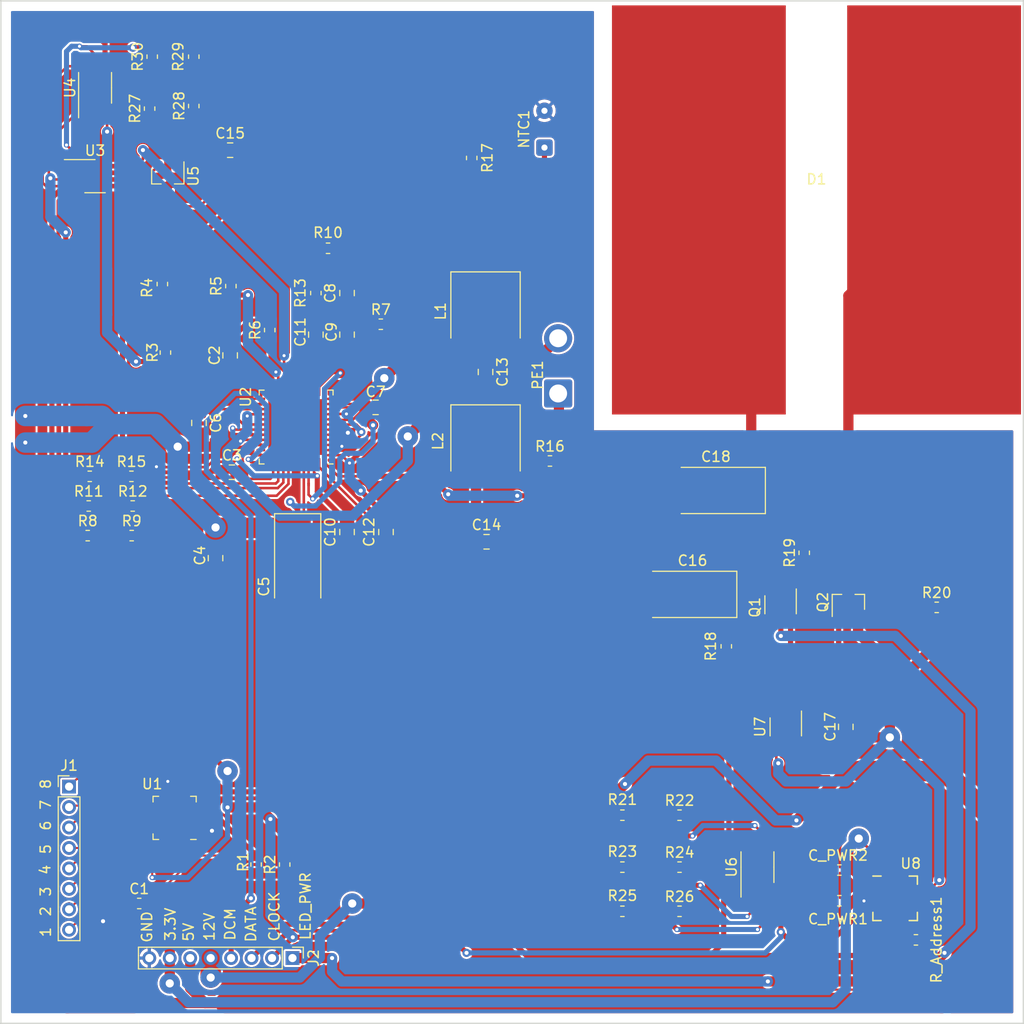
<source format=kicad_pcb>
(kicad_pcb (version 20171130) (host pcbnew 5.1.6-c6e7f7d~87~ubuntu20.04.1)
  (layers (0 F.Cu signal) (31 B.Cu signal) (34 B.Paste user) (35 F.Paste user) (36 B.SilkS user) (37 F.SilkS user) (38 B.Mask user) (39 F.Mask user) (44 Edge.Cuts user))
  (net 0 "")
  (net 1 GND)
  (net 2 +5V)
  (net 3 "Net-(C2-Pad1)")
  (net 4 VIN)
  (net 5 "Net-(C3-Pad2)")
  (net 6 "Net-(C8-Pad1)")
  (net 7 "Net-(C11-Pad2)")
  (net 8 "Net-(C9-Pad2)")
  (net 9 REF)
  (net 10 "Net-(C11-Pad1)")
  (net 11 "Net-(C12-Pad2)")
  (net 12 "Net-(C12-Pad1)")
  (net 13 +12V)
  (net 14 "Net-(C17-Pad1)")
  (net 15 "Net-(C17-Pad2)")
  (net 16 "Net-(C18-Pad1)")
  (net 17 +3V3)
  (net 18 "Net-(D1-Pad1)")
  (net 19 "Net-(J1-Pad1)")
  (net 20 "Net-(J1-Pad2)")
  (net 21 "Net-(J1-Pad3)")
  (net 22 "Net-(J1-Pad4)")
  (net 23 "Net-(J1-Pad5)")
  (net 24 "Net-(J1-Pad6)")
  (net 25 "Net-(J1-Pad7)")
  (net 26 "Net-(J1-Pad8)")
  (net 27 /Sheet5F1EB17F/DC_Current_Monitor)
  (net 28 /Sheet5F1EB17F/DATA)
  (net 29 /Sheet5F1EB17F/CLOCK)
  (net 30 /LED2/LED_Power)
  (net 31 "Net-(L1-Pad1)")
  (net 32 "Net-(L2-Pad1)")
  (net 33 "Net-(NTC1-Pad1)")
  (net 34 "Net-(PE1-Pad1)")
  (net 35 "Net-(Q1-Pad1)")
  (net 36 "Net-(Q1-Pad6)")
  (net 37 "Net-(R4-Pad1)")
  (net 38 "Net-(R6-Pad1)")
  (net 39 "Net-(R9-Pad2)")
  (net 40 "Net-(R10-Pad2)")
  (net 41 "Net-(R12-Pad2)")
  (net 42 "Net-(R15-Pad2)")
  (net 43 "Net-(R_Address1-Pad1)")
  (net 44 "Net-(U2-Pad19)")
  (net 45 "Net-(U3-Pad7)")
  (net 46 "Net-(U6-Pad8)")
  (net 47 "Net-(R21-Pad1)")
  (net 48 "Net-(R23-Pad1)")
  (net 49 "Net-(R25-Pad1)")
  (net 50 "Net-(R27-Pad2)")
  (net 51 "Net-(R29-Pad2)")
  (module Package_SO:MSOP-8_3x3mm_P0.65mm (layer F.Cu) (at 173.99 124.714 90)
    (fp_text reference U6 (at 0 -2.54 270) (layer F.SilkS))
    (fp_text value LTC1669IMS8)
    (pad 1 smd roundrect (at -2.1125 -0.975 90) (size 1.625 0.4) (layers F.Cu F.Paste F.Mask) (net 28 /Sheet5F1EB17F/DATA))
    (pad 2 smd roundrect (at -2.1125 -0.325 90) (size 1.625 0.4) (layers F.Cu F.Paste F.Mask) (net 48 "Net-(R23-Pad1)"))
    (pad 3 smd roundrect (at -2.1125 0.325 90) (size 1.625 0.4) (layers F.Cu F.Paste F.Mask) (net 49 "Net-(R25-Pad1)"))
    (pad 4 smd roundrect (at -2.1125 0.975 90) (size 1.625 0.4) (layers F.Cu F.Paste F.Mask) (net 29 /Sheet5F1EB17F/CLOCK))
    (pad 5 smd roundrect (at 2.1125 0.975 90) (size 1.625 0.4) (layers F.Cu F.Paste F.Mask) (net 2 +5V))
    (pad 6 smd roundrect (at 2.1125 0.325 90) (size 1.625 0.4) (layers F.Cu F.Paste F.Mask) (net 47 "Net-(R21-Pad1)"))
    (pad 7 smd roundrect (at 2.1125 -0.325 90) (size 1.625 0.4) (layers F.Cu F.Paste F.Mask) (net 1 GND))
    (pad 8 smd roundrect (at 2.1125 -0.975 90) (size 1.625 0.4) (layers F.Cu F.Paste F.Mask) (net 46 "Net-(U6-Pad8)"))
  )
  (module Resistor_SMD:R_0603_1608Metric_Pad1.05x0.95mm_HandSolder (layer F.Cu) (at 114.808 45.466 90)
    (fp_text reference R30 (at 0 -1.43 90) (layer F.SilkS))
    (fp_text value 0R)
    (pad 2 smd roundrect (at 0.875 0 90) (size 1.05 0.95) (layers F.Cu F.Paste F.Mask) (net 51 "Net-(R29-Pad2)"))
    (pad 1 smd roundrect (at -0.875 0 90) (size 1.05 0.95) (layers F.Cu F.Paste F.Mask) (net 1 GND))
  )
  (module Resistor_SMD:R_0603_1608Metric_Pad1.05x0.95mm_HandSolder (layer F.Cu) (at 118.872 45.466 270)
    (fp_text reference R29 (at 0 1.524 90) (layer F.SilkS))
    (fp_text value 0R)
    (pad 2 smd roundrect (at 0.875 0 270) (size 1.05 0.95) (layers F.Cu F.Paste F.Mask) (net 51 "Net-(R29-Pad2)"))
    (pad 1 smd roundrect (at -0.875 0 270) (size 1.05 0.95) (layers F.Cu F.Paste F.Mask) (net 2 +5V))
  )
  (module Resistor_SMD:R_0603_1608Metric_Pad1.05x0.95mm_HandSolder (layer F.Cu) (at 118.872 50.292 90)
    (fp_text reference R28 (at 0 -1.43 90) (layer F.SilkS))
    (fp_text value 0R)
    (pad 2 smd roundrect (at 0.875 0 90) (size 1.05 0.95) (layers F.Cu F.Paste F.Mask) (net 50 "Net-(R27-Pad2)"))
    (pad 1 smd roundrect (at -0.875 0 90) (size 1.05 0.95) (layers F.Cu F.Paste F.Mask) (net 1 GND))
  )
  (module Resistor_SMD:R_0603_1608Metric_Pad1.05x0.95mm_HandSolder (layer F.Cu) (at 114.554 50.546 90)
    (fp_text reference R27 (at 0 -1.43 90) (layer F.SilkS))
    (fp_text value 0R)
    (pad 2 smd roundrect (at 0.875 0 90) (size 1.05 0.95) (layers F.Cu F.Paste F.Mask) (net 50 "Net-(R27-Pad2)"))
    (pad 1 smd roundrect (at -0.875 0 90) (size 1.05 0.95) (layers F.Cu F.Paste F.Mask) (net 2 +5V))
  )
  (module Resistor_SMD:R_0603_1608Metric_Pad1.05x0.95mm_HandSolder (layer F.Cu) (at 166.37 129.032)
    (fp_text reference R26 (at 0 -1.43) (layer F.SilkS))
    (fp_text value 0R)
    (pad 2 smd roundrect (at 0.875 0) (size 1.05 0.95) (layers F.Cu F.Paste F.Mask) (net 1 GND))
    (pad 1 smd roundrect (at -0.875 0) (size 1.05 0.95) (layers F.Cu F.Paste F.Mask) (net 49 "Net-(R25-Pad1)"))
  )
  (module Resistor_SMD:R_0603_1608Metric_Pad1.05x0.95mm_HandSolder (layer F.Cu) (at 160.782 129.032 180)
    (fp_text reference R25 (at 0 1.524) (layer F.SilkS))
    (fp_text value 0R)
    (pad 2 smd roundrect (at 0.875 0 180) (size 1.05 0.95) (layers F.Cu F.Paste F.Mask) (net 2 +5V))
    (pad 1 smd roundrect (at -0.875 0 180) (size 1.05 0.95) (layers F.Cu F.Paste F.Mask) (net 49 "Net-(R25-Pad1)"))
  )
  (module Resistor_SMD:R_0603_1608Metric_Pad1.05x0.95mm_HandSolder (layer F.Cu) (at 166.37 124.714)
    (fp_text reference R24 (at 0 -1.43) (layer F.SilkS))
    (fp_text value 0R)
    (pad 2 smd roundrect (at 0.875 0) (size 1.05 0.95) (layers F.Cu F.Paste F.Mask) (net 1 GND))
    (pad 1 smd roundrect (at -0.875 0) (size 1.05 0.95) (layers F.Cu F.Paste F.Mask) (net 48 "Net-(R23-Pad1)"))
  )
  (module Resistor_SMD:R_0603_1608Metric_Pad1.05x0.95mm_HandSolder (layer F.Cu) (at 160.782 124.714 180)
    (fp_text reference R23 (at 0 1.524) (layer F.SilkS))
    (fp_text value 0R)
    (pad 2 smd roundrect (at 0.875 0 180) (size 1.05 0.95) (layers F.Cu F.Paste F.Mask) (net 2 +5V))
    (pad 1 smd roundrect (at -0.875 0 180) (size 1.05 0.95) (layers F.Cu F.Paste F.Mask) (net 48 "Net-(R23-Pad1)"))
  )
  (module Resistor_SMD:R_0603_1608Metric_Pad1.05x0.95mm_HandSolder (layer F.Cu) (at 166.37 119.634)
    (fp_text reference R22 (at 0 -1.43) (layer F.SilkS))
    (fp_text value 0R)
    (pad 2 smd roundrect (at 0.875 0) (size 1.05 0.95) (layers F.Cu F.Paste F.Mask) (net 1 GND))
    (pad 1 smd roundrect (at -0.875 0) (size 1.05 0.95) (layers F.Cu F.Paste F.Mask) (net 47 "Net-(R21-Pad1)"))
  )
  (module Resistor_SMD:R_0603_1608Metric_Pad1.05x0.95mm_HandSolder (layer F.Cu) (at 160.782 119.634 180)
    (fp_text reference R21 (at 0 1.524) (layer F.SilkS))
    (fp_text value 0R)
    (pad 2 smd roundrect (at 0.875 0 180) (size 1.05 0.95) (layers F.Cu F.Paste F.Mask) (net 2 +5V))
    (pad 1 smd roundrect (at -0.875 0 180) (size 1.05 0.95) (layers F.Cu F.Paste F.Mask) (net 47 "Net-(R21-Pad1)"))
  )
  (module Package_DFN_QFN:QFN-48-1EP_7x7mm_P0.5mm_EP5.45x5.45mm (layer F.Cu) (at 128.883001 81.680999 180)
    (fp_text reference U2 (at 4.931001 2.940999 90) (layer F.SilkS))
    (fp_text value MAX1978)
    (pad 1 smd roundrect (at -3.45 -2.75 180) (size 0.85 0.25) (layers F.Cu F.Paste F.Mask) (net 11 "Net-(C12-Pad2)"))
    (pad 2 smd roundrect (at -3.45 -2.25 180) (size 0.85 0.25) (layers F.Cu F.Paste F.Mask))
    (pad 3 smd roundrect (at -3.45 -1.75 180) (size 0.85 0.25) (layers F.Cu F.Paste F.Mask) (net 1 GND))
    (pad 4 smd roundrect (at -3.45 -1.25 180) (size 0.85 0.25) (layers F.Cu F.Paste F.Mask) (net 31 "Net-(L1-Pad1)"))
    (pad 5 smd roundrect (at -3.45 -0.75 180) (size 0.85 0.25) (layers F.Cu F.Paste F.Mask) (net 1 GND))
    (pad 6 smd roundrect (at -3.45 -0.25 180) (size 0.85 0.25) (layers F.Cu F.Paste F.Mask) (net 31 "Net-(L1-Pad1)"))
    (pad 7 smd roundrect (at -3.45 0.25 180) (size 0.85 0.25) (layers F.Cu F.Paste F.Mask) (net 2 +5V))
    (pad 8 smd roundrect (at -3.45 0.75 180) (size 0.85 0.25) (layers F.Cu F.Paste F.Mask))
    (pad 9 smd roundrect (at -3.45 1.25 180) (size 0.85 0.25) (layers F.Cu F.Paste F.Mask) (net 31 "Net-(L1-Pad1)"))
    (pad 10 smd roundrect (at -3.45 1.75 180) (size 0.85 0.25) (layers F.Cu F.Paste F.Mask) (net 2 +5V))
    (pad 11 smd roundrect (at -3.45 2.25 180) (size 0.85 0.25) (layers F.Cu F.Paste F.Mask) (net 2 +5V))
    (pad 12 smd roundrect (at -3.45 2.75 180) (size 0.85 0.25) (layers F.Cu F.Paste F.Mask))
    (pad 13 smd roundrect (at -2.75 3.45 180) (size 0.25 0.85) (layers F.Cu F.Paste F.Mask))
    (pad 14 smd roundrect (at -2.25 3.45 180) (size 0.25 0.85) (layers F.Cu F.Paste F.Mask) (net 6 "Net-(C8-Pad1)"))
    (pad 15 smd roundrect (at -1.75 3.45 180) (size 0.25 0.85) (layers F.Cu F.Paste F.Mask) (net 7 "Net-(C11-Pad2)"))
    (pad 16 smd roundrect (at -1.25 3.45 180) (size 0.25 0.85) (layers F.Cu F.Paste F.Mask) (net 1 GND))
    (pad 17 smd roundrect (at -0.75 3.45 180) (size 0.25 0.85) (layers F.Cu F.Paste F.Mask) (net 40 "Net-(R10-Pad2)"))
    (pad 18 smd roundrect (at -0.25 3.45 180) (size 0.25 0.85) (layers F.Cu F.Paste F.Mask) (net 33 "Net-(NTC1-Pad1)"))
    (pad 19 smd roundrect (at 0.25 3.45 180) (size 0.25 0.85) (layers F.Cu F.Paste F.Mask) (net 44 "Net-(U2-Pad19)"))
    (pad 20 smd roundrect (at 0.75 3.45 180) (size 0.25 0.85) (layers F.Cu F.Paste F.Mask) (net 38 "Net-(R6-Pad1)"))
    (pad 21 smd roundrect (at 1.25 3.45 180) (size 0.25 0.85) (layers F.Cu F.Paste F.Mask))
    (pad 22 smd roundrect (at 1.75 3.45 180) (size 0.25 0.85) (layers F.Cu F.Paste F.Mask) (net 37 "Net-(R4-Pad1)"))
    (pad 23 smd roundrect (at 2.25 3.45 180) (size 0.25 0.85) (layers F.Cu F.Paste F.Mask) (net 3 "Net-(C2-Pad1)"))
    (pad 24 smd roundrect (at 2.75 3.45 180) (size 0.25 0.85) (layers F.Cu F.Paste F.Mask) (net 4 VIN))
    (pad 25 smd roundrect (at 3.45 2.75 180) (size 0.85 0.25) (layers F.Cu F.Paste F.Mask) (net 1 GND))
    (pad 26 smd roundrect (at 3.45 2.25 180) (size 0.85 0.25) (layers F.Cu F.Paste F.Mask) (net 1 GND))
    (pad 27 smd roundrect (at 3.45 1.75 180) (size 0.85 0.25) (layers F.Cu F.Paste F.Mask) (net 2 +5V))
    (pad 28 smd roundrect (at 3.45 1.25 180) (size 0.85 0.25) (layers F.Cu F.Paste F.Mask) (net 32 "Net-(L2-Pad1)"))
    (pad 29 smd roundrect (at 3.45 0.75 180) (size 0.85 0.25) (layers F.Cu F.Paste F.Mask))
    (pad 30 smd roundrect (at 3.45 0.25 180) (size 0.85 0.25) (layers F.Cu F.Paste F.Mask) (net 2 +5V))
    (pad 31 smd roundrect (at 3.45 -0.25 180) (size 0.85 0.25) (layers F.Cu F.Paste F.Mask) (net 32 "Net-(L2-Pad1)"))
    (pad 32 smd roundrect (at 3.45 -0.75 180) (size 0.85 0.25) (layers F.Cu F.Paste F.Mask) (net 1 GND))
    (pad 33 smd roundrect (at 3.45 -1.25 180) (size 0.85 0.25) (layers F.Cu F.Paste F.Mask) (net 32 "Net-(L2-Pad1)"))
    (pad 34 smd roundrect (at 3.45 -1.75 180) (size 0.85 0.25) (layers F.Cu F.Paste F.Mask) (net 1 GND))
    (pad 35 smd roundrect (at 3.45 -2.25 180) (size 0.85 0.25) (layers F.Cu F.Paste F.Mask))
    (pad 36 smd roundrect (at 3.45 -2.75 180) (size 0.85 0.25) (layers F.Cu F.Paste F.Mask) (net 1 GND))
    (pad 37 smd roundrect (at 2.75 -3.45 180) (size 0.25 0.85) (layers F.Cu F.Paste F.Mask) (net 27 /Sheet5F1EB17F/DC_Current_Monitor))
    (pad 38 smd roundrect (at 2.25 -3.45 180) (size 0.25 0.85) (layers F.Cu F.Paste F.Mask) (net 5 "Net-(C3-Pad2)"))
    (pad 39 smd roundrect (at 1.75 -3.45 180) (size 0.25 0.85) (layers F.Cu F.Paste F.Mask) (net 42 "Net-(R15-Pad2)"))
    (pad 40 smd roundrect (at 1.25 -3.45 180) (size 0.25 0.85) (layers F.Cu F.Paste F.Mask) (net 41 "Net-(R12-Pad2)"))
    (pad 41 smd roundrect (at 0.75 -3.45 180) (size 0.25 0.85) (layers F.Cu F.Paste F.Mask) (net 39 "Net-(R9-Pad2)"))
    (pad 42 smd roundrect (at 0.25 -3.45 180) (size 0.25 0.85) (layers F.Cu F.Paste F.Mask) (net 1 GND))
    (pad 43 smd roundrect (at -0.25 -3.45 180) (size 0.25 0.85) (layers F.Cu F.Paste F.Mask) (net 1 GND))
    (pad 44 smd roundrect (at -0.75 -3.45 180) (size 0.25 0.85) (layers F.Cu F.Paste F.Mask) (net 2 +5V))
    (pad 45 smd roundrect (at -1.25 -3.45 180) (size 0.25 0.85) (layers F.Cu F.Paste F.Mask) (net 6 "Net-(C8-Pad1)"))
    (pad 46 smd roundrect (at -1.75 -3.45 180) (size 0.25 0.85) (layers F.Cu F.Paste F.Mask) (net 9 REF))
    (pad 47 smd roundrect (at -2.25 -3.45 180) (size 0.25 0.85) (layers F.Cu F.Paste F.Mask) (net 12 "Net-(C12-Pad1)"))
    (pad 48 smd roundrect (at -2.75 -3.45 180) (size 0.25 0.85) (layers F.Cu F.Paste F.Mask) (net 34 "Net-(PE1-Pad1)"))
    (pad 49 smd rect (at 0 0 180) (size 5.45 5.45) (layers F.Cu F.Mask))
  )
  (module Connector_Wire:SolderWire-1sqmm_1x02_P5.4mm_D1.4mm_OD2.7mm (layer F.Cu) (at 154.5 78.4 90)
    (fp_text reference PE1 (at 1.8 -2 90) (layer F.SilkS))
    (fp_text value Peltier_Element)
    (pad 2 thru_hole circle (at 5.4 0 90) (size 2.75 2.75) (drill 1.75) (layers *.Cu *.Mask) (net 11 "Net-(C12-Pad2)"))
    (pad 1 thru_hole roundrect (at 0 0 90) (size 2.75 2.75) (drill 1.75) (layers *.Cu *.Mask) (roundrect_rratio 0.091) (net 34 "Net-(PE1-Pad1)"))
  )
  (module Connector_PinHeader_2.00mm:PinHeader_1x08_P2.00mm_Vertical (layer F.Cu) (at 106.68 116.84)
    (fp_text reference J1 (at 0 -2.06) (layer F.SilkS))
    (fp_text value Conn_01x08_Male)
    (pad 1 thru_hole rect (at 0 0) (size 1.35 1.35) (drill 0.8) (layers *.Cu *.Mask) (net 19 "Net-(J1-Pad1)"))
    (pad 2 thru_hole oval (at 0 2) (size 1.35 1.35) (drill 0.8) (layers *.Cu *.Mask) (net 20 "Net-(J1-Pad2)"))
    (pad 3 thru_hole oval (at 0 4) (size 1.35 1.35) (drill 0.8) (layers *.Cu *.Mask) (net 21 "Net-(J1-Pad3)"))
    (pad 4 thru_hole oval (at 0 6) (size 1.35 1.35) (drill 0.8) (layers *.Cu *.Mask) (net 22 "Net-(J1-Pad4)"))
    (pad 5 thru_hole oval (at 0 8) (size 1.35 1.35) (drill 0.8) (layers *.Cu *.Mask) (net 23 "Net-(J1-Pad5)"))
    (pad 6 thru_hole oval (at 0 10) (size 1.35 1.35) (drill 0.8) (layers *.Cu *.Mask) (net 24 "Net-(J1-Pad6)"))
    (pad 7 thru_hole oval (at 0 12) (size 1.35 1.35) (drill 0.8) (layers *.Cu *.Mask) (net 25 "Net-(J1-Pad7)"))
    (pad 8 thru_hole oval (at 0 14) (size 1.35 1.35) (drill 0.8) (layers *.Cu *.Mask) (net 26 "Net-(J1-Pad8)"))
  )
  (module Capacitor_SMD:C_0603_1608Metric_Pad1.05x0.95mm_HandSolder (layer F.Cu) (at 113.538 128.27)
    (fp_text reference C1 (at 0 -1.43) (layer F.SilkS))
    (fp_text value 100nF)
    (pad 1 smd roundrect (at -0.875 0) (size 1.05 0.95) (layers F.Cu F.Paste F.Mask) (net 1 GND))
    (pad 2 smd roundrect (at 0.875 0) (size 1.05 0.95) (layers F.Cu F.Paste F.Mask) (net 2 +5V))
  )
  (module Capacitor_SMD:C_0805_2012Metric_Pad1.15x1.40mm_HandSolder (layer F.Cu) (at 122.428 74.676 270)
    (fp_text reference C2 (at 0 1.524 90) (layer F.SilkS))
    (fp_text value 1uF)
    (pad 1 smd roundrect (at -1.025 0 270) (size 1.15 1.4) (layers F.Cu F.Paste F.Mask) (roundrect_rratio 0.217391) (net 3 "Net-(C2-Pad1)"))
    (pad 2 smd roundrect (at 1.025 0 270) (size 1.15 1.4) (layers F.Cu F.Paste F.Mask) (roundrect_rratio 0.217391) (net 4 VIN))
  )
  (module Capacitor_SMD:C_0805_2012Metric_Pad1.15x1.40mm_HandSolder (layer F.Cu) (at 122.6 86.1)
    (fp_text reference C3 (at 0 -1.65) (layer F.SilkS))
    (fp_text value .01uF)
    (pad 1 smd roundrect (at -1.025 0) (size 1.15 1.4) (layers F.Cu F.Paste F.Mask) (roundrect_rratio 0.217391) (net 1 GND))
    (pad 2 smd roundrect (at 1.025 0) (size 1.15 1.4) (layers F.Cu F.Paste F.Mask) (roundrect_rratio 0.217391) (net 5 "Net-(C3-Pad2)"))
  )
  (module Capacitor_SMD:C_0805_2012Metric_Pad1.15x1.40mm_HandSolder (layer F.Cu) (at 121 94.5 270)
    (fp_text reference C4 (at -0.254 1.524 90) (layer F.SilkS))
    (fp_text value 10uF1)
    (pad 1 smd roundrect (at -1.025 0 270) (size 1.15 1.4) (layers F.Cu F.Paste F.Mask) (roundrect_rratio 0.217391) (net 2 +5V))
    (pad 2 smd roundrect (at 1.025 0 270) (size 1.15 1.4) (layers F.Cu F.Paste F.Mask) (roundrect_rratio 0.217391) (net 1 GND))
  )
  (module Capacitor_Tantalum_SMD:CP_EIA-7343-15_Kemet-W_Pad2.25x2.55mm_HandSolder (layer F.Cu) (at 129.032 94.742 270)
    (fp_text reference C5 (at 2.54 3.302 90) (layer F.SilkS))
    (fp_text value 100uF)
    (pad 1 smd roundrect (at -3.2 0 270) (size 2.25 2.55) (layers F.Cu F.Paste F.Mask) (roundrect_rratio 0.111111) (net 2 +5V))
    (pad 2 smd roundrect (at 3.2 0 270) (size 2.25 2.55) (layers F.Cu F.Paste F.Mask) (roundrect_rratio 0.111111) (net 1 GND))
  )
  (module Capacitor_SMD:C_0805_2012Metric_Pad1.15x1.40mm_HandSolder (layer F.Cu) (at 119.38 81.28 270)
    (fp_text reference C6 (at 0 -1.65 90) (layer F.SilkS))
    (fp_text value 10uF)
    (pad 2 smd roundrect (at 1.025 0 270) (size 1.15 1.4) (layers F.Cu F.Paste F.Mask) (roundrect_rratio 0.217391) (net 2 +5V))
    (pad 1 smd roundrect (at -1.025 0 270) (size 1.15 1.4) (layers F.Cu F.Paste F.Mask) (roundrect_rratio 0.217391) (net 1 GND))
  )
  (module Capacitor_SMD:C_0805_2012Metric_Pad1.15x1.40mm_HandSolder (layer F.Cu) (at 136.652 79.756 180)
    (fp_text reference C7 (at 0 1.524) (layer F.SilkS))
    (fp_text value 10uF)
    (pad 1 smd roundrect (at -1.025 0 180) (size 1.15 1.4) (layers F.Cu F.Paste F.Mask) (roundrect_rratio 0.217391) (net 1 GND))
    (pad 2 smd roundrect (at 1.025 0 180) (size 1.15 1.4) (layers F.Cu F.Paste F.Mask) (roundrect_rratio 0.217391) (net 2 +5V))
  )
  (module Capacitor_SMD:C_0805_2012Metric_Pad1.15x1.40mm_HandSolder (layer F.Cu) (at 133.858 68.58 90)
    (fp_text reference C8 (at 0 -1.65 90) (layer F.SilkS))
    (fp_text value .047uF)
    (pad 1 smd roundrect (at -1.025 0 90) (size 1.15 1.4) (layers F.Cu F.Paste F.Mask) (roundrect_rratio 0.217391) (net 6 "Net-(C8-Pad1)"))
    (pad 2 smd roundrect (at 1.025 0 90) (size 1.15 1.4) (layers F.Cu F.Paste F.Mask) (roundrect_rratio 0.217391) (net 7 "Net-(C11-Pad2)"))
  )
  (module Capacitor_SMD:C_0805_2012Metric_Pad1.15x1.40mm_HandSolder (layer F.Cu) (at 133.858 72.644 90)
    (fp_text reference C9 (at 0.254 -1.524 90) (layer F.SilkS))
    (fp_text value 10uF)
    (pad 2 smd roundrect (at 1.025 0 90) (size 1.15 1.4) (layers F.Cu F.Paste F.Mask) (roundrect_rratio 0.217391) (net 8 "Net-(C9-Pad2)"))
    (pad 1 smd roundrect (at -1.025 0 90) (size 1.15 1.4) (layers F.Cu F.Paste F.Mask) (roundrect_rratio 0.217391) (net 7 "Net-(C11-Pad2)"))
  )
  (module Capacitor_SMD:C_0805_2012Metric_Pad1.15x1.40mm_HandSolder (layer F.Cu) (at 133.858 91.948 90)
    (fp_text reference C10 (at 0 -1.65 90) (layer F.SilkS))
    (fp_text value 1uF)
    (pad 2 smd roundrect (at 1.025 0 90) (size 1.15 1.4) (layers F.Cu F.Paste F.Mask) (roundrect_rratio 0.217391) (net 9 REF))
    (pad 1 smd roundrect (at -1.025 0 90) (size 1.15 1.4) (layers F.Cu F.Paste F.Mask) (roundrect_rratio 0.217391) (net 1 GND))
  )
  (module Capacitor_SMD:C_0805_2012Metric_Pad1.15x1.40mm_HandSolder (layer F.Cu) (at 130.81 72.644 270)
    (fp_text reference C11 (at -0.254 1.524 90) (layer F.SilkS))
    (fp_text value .47uF)
    (pad 2 smd roundrect (at 1.025 0 270) (size 1.15 1.4) (layers F.Cu F.Paste F.Mask) (roundrect_rratio 0.217391) (net 7 "Net-(C11-Pad2)"))
    (pad 1 smd roundrect (at -1.025 0 270) (size 1.15 1.4) (layers F.Cu F.Paste F.Mask) (roundrect_rratio 0.217391) (net 10 "Net-(C11-Pad1)"))
  )
  (module Capacitor_SMD:C_0805_2012Metric_Pad1.15x1.40mm_HandSolder (layer F.Cu) (at 137.668 91.948 90)
    (fp_text reference C12 (at 0 -1.65 90) (layer F.SilkS))
    (fp_text value 4.7uF)
    (pad 2 smd roundrect (at 1.025 0 90) (size 1.15 1.4) (layers F.Cu F.Paste F.Mask) (roundrect_rratio 0.217391) (net 11 "Net-(C12-Pad2)"))
    (pad 1 smd roundrect (at -1.025 0 90) (size 1.15 1.4) (layers F.Cu F.Paste F.Mask) (roundrect_rratio 0.217391) (net 12 "Net-(C12-Pad1)"))
  )
  (module Capacitor_SMD:C_0805_2012Metric_Pad1.15x1.40mm_HandSolder (layer F.Cu) (at 147.4 76.3 270)
    (fp_text reference C13 (at 0 -1.65 90) (layer F.SilkS))
    (fp_text value 1uF)
    (pad 1 smd roundrect (at -1.025 0 270) (size 1.15 1.4) (layers F.Cu F.Paste F.Mask) (roundrect_rratio 0.217391) (net 11 "Net-(C12-Pad2)"))
    (pad 2 smd roundrect (at 1.025 0 270) (size 1.15 1.4) (layers F.Cu F.Paste F.Mask) (roundrect_rratio 0.217391) (net 1 GND))
  )
  (module Capacitor_SMD:C_0805_2012Metric_Pad1.15x1.40mm_HandSolder (layer F.Cu) (at 147.5 92.9)
    (fp_text reference C14 (at 0 -1.65) (layer F.SilkS))
    (fp_text value 1uF)
    (pad 2 smd roundrect (at 1.025 0) (size 1.15 1.4) (layers F.Cu F.Paste F.Mask) (roundrect_rratio 0.217391) (net 1 GND))
    (pad 1 smd roundrect (at -1.025 0) (size 1.15 1.4) (layers F.Cu F.Paste F.Mask) (roundrect_rratio 0.217391) (net 12 "Net-(C12-Pad1)"))
  )
  (module Capacitor_SMD:C_0805_2012Metric_Pad1.15x1.40mm_HandSolder (layer F.Cu) (at 122.428 54.61)
    (fp_text reference C15 (at 0 -1.65) (layer F.SilkS))
    (fp_text value 1uF)
    (pad 2 smd roundrect (at 1.025 0) (size 1.15 1.4) (layers F.Cu F.Paste F.Mask) (roundrect_rratio 0.217391) (net 1 GND))
    (pad 1 smd roundrect (at -1.025 0) (size 1.15 1.4) (layers F.Cu F.Paste F.Mask) (roundrect_rratio 0.217391) (net 2 +5V))
  )
  (module Capacitor_Tantalum_SMD:CP_EIA-7343-15_Kemet-W_Pad2.25x2.55mm_HandSolder (layer F.Cu) (at 167.386 98.044 180)
    (fp_text reference C16 (at -0.254 3.302) (layer F.SilkS))
    (fp_text value 100uF)
    (pad 1 smd roundrect (at -3.2 0 180) (size 2.25 2.55) (layers F.Cu F.Paste F.Mask) (roundrect_rratio 0.111111) (net 13 +12V))
    (pad 2 smd roundrect (at 3.2 0 180) (size 2.25 2.55) (layers F.Cu F.Paste F.Mask) (roundrect_rratio 0.111111) (net 1 GND))
  )
  (module Capacitor_SMD:C_0805_2012Metric_Pad1.15x1.40mm_HandSolder (layer F.Cu) (at 182.626 110.998 270)
    (fp_text reference C17 (at 0 1.524 90) (layer F.SilkS))
    (fp_text value .1uF)
    (pad 1 smd roundrect (at -1.025 0 270) (size 1.15 1.4) (layers F.Cu F.Paste F.Mask) (roundrect_rratio 0.217391) (net 14 "Net-(C17-Pad1)"))
    (pad 2 smd roundrect (at 1.025 0 270) (size 1.15 1.4) (layers F.Cu F.Paste F.Mask) (roundrect_rratio 0.217391) (net 15 "Net-(C17-Pad2)"))
  )
  (module Capacitor_Tantalum_SMD:CP_EIA-7343-15_Kemet-W_Pad2.25x2.55mm_HandSolder (layer F.Cu) (at 170.18 87.884 180)
    (fp_text reference C18 (at 0.254 3.302) (layer F.SilkS))
    (fp_text value 100uF)
    (pad 2 smd roundrect (at 3.2 0 180) (size 2.25 2.55) (layers F.Cu F.Paste F.Mask) (roundrect_rratio 0.111111) (net 1 GND))
    (pad 1 smd roundrect (at -3.2 0 180) (size 2.25 2.55) (layers F.Cu F.Paste F.Mask) (roundrect_rratio 0.111111) (net 16 "Net-(C18-Pad1)"))
  )
  (module Capacitor_SMD:C_0603_1608Metric_Pad1.05x0.95mm_HandSolder (layer F.Cu) (at 182 128)
    (fp_text reference C_PWR1 (at -0.136 1.794) (layer F.SilkS))
    (fp_text value 100nF)
    (pad 2 smd roundrect (at 0.875 0) (size 1.05 0.95) (layers F.Cu F.Paste F.Mask) (net 2 +5V))
    (pad 1 smd roundrect (at -0.875 0) (size 1.05 0.95) (layers F.Cu F.Paste F.Mask) (net 1 GND))
  )
  (module Capacitor_SMD:C_0603_1608Metric_Pad1.05x0.95mm_HandSolder (layer F.Cu) (at 182 125)
    (fp_text reference C_PWR2 (at -0.136 -1.43) (layer F.SilkS))
    (fp_text value 100nF)
    (pad 1 smd roundrect (at -0.875 0) (size 1.05 0.95) (layers F.Cu F.Paste F.Mask) (net 1 GND))
    (pad 2 smd roundrect (at 0.875 0) (size 1.05 0.95) (layers F.Cu F.Paste F.Mask) (net 17 +3V3))
  )
  (module LED_pad:LED_PAD (layer F.Cu) (at 179.762 59.452 180)
    (fp_text reference D1 (at 0 2) (layer F.SilkS))
    (fp_text value LED)
    (pad 1 smd rect (at -11.5 -1 180) (size 17 40) (layers F.Cu F.Paste F.Mask) (net 18 "Net-(D1-Pad1)"))
    (pad 2 smd rect (at 11.5 -1 180) (size 17 40) (layers F.Cu F.Paste F.Mask) (net 16 "Net-(C18-Pad1)"))
  )
  (module Connector_PinHeader_2.00mm:PinHeader_1x08_P2.00mm_Vertical (layer F.Cu) (at 128.524 133.604 270)
    (fp_text reference J2 (at 0 -2.06 90) (layer F.SilkS))
    (fp_text value Conn_01x08_Male)
    (pad 8 thru_hole oval (at 0 14 270) (size 1.35 1.35) (drill 0.8) (layers *.Cu *.Mask) (net 1 GND))
    (pad 7 thru_hole oval (at 0 12 270) (size 1.35 1.35) (drill 0.8) (layers *.Cu *.Mask) (net 17 +3V3))
    (pad 6 thru_hole oval (at 0 10 270) (size 1.35 1.35) (drill 0.8) (layers *.Cu *.Mask) (net 2 +5V))
    (pad 5 thru_hole oval (at 0 8 270) (size 1.35 1.35) (drill 0.8) (layers *.Cu *.Mask) (net 13 +12V))
    (pad 4 thru_hole oval (at 0 6 270) (size 1.35 1.35) (drill 0.8) (layers *.Cu *.Mask) (net 27 /Sheet5F1EB17F/DC_Current_Monitor))
    (pad 3 thru_hole oval (at 0 4 270) (size 1.35 1.35) (drill 0.8) (layers *.Cu *.Mask) (net 28 /Sheet5F1EB17F/DATA))
    (pad 2 thru_hole oval (at 0 2 270) (size 1.35 1.35) (drill 0.8) (layers *.Cu *.Mask) (net 29 /Sheet5F1EB17F/CLOCK))
    (pad 1 thru_hole rect (at 0 0 270) (size 1.35 1.35) (drill 0.8) (layers *.Cu *.Mask) (net 30 /LED2/LED_Power))
  )
  (module Inductor_SMD:L_Coilcraft_XAL60xx_6.36x6.56mm (layer F.Cu) (at 147.4 69.8 270)
    (fp_text reference L1 (at 0.558 4.398 90) (layer F.SilkS))
    (fp_text value 3uH)
    (pad 1 smd rect (at -2.02 0 270) (size 1.43 5.5) (layers F.Cu F.Paste F.Mask) (net 31 "Net-(L1-Pad1)"))
    (pad 2 smd rect (at 2.02 0 270) (size 1.43 5.5) (layers F.Cu F.Paste F.Mask) (net 11 "Net-(C12-Pad2)"))
  )
  (module Inductor_SMD:L_Coilcraft_XAL60xx_6.36x6.56mm (layer F.Cu) (at 147.4 82.8 270)
    (fp_text reference L2 (at 0.258 4.652 90) (layer F.SilkS))
    (fp_text value 3uH)
    (pad 2 smd rect (at 2.02 0 270) (size 1.43 5.5) (layers F.Cu F.Paste F.Mask) (net 12 "Net-(C12-Pad1)"))
    (pad 1 smd rect (at -2.02 0 270) (size 1.43 5.5) (layers F.Cu F.Paste F.Mask) (net 32 "Net-(L2-Pad1)"))
  )
  (module Connector_Wire:SolderWire-0.1sqmm_1x02_P3.6mm_D0.4mm_OD1mm (layer F.Cu) (at 153.162 54.356 90)
    (fp_text reference NTC1 (at 1.8 -2 90) (layer F.SilkS))
    (fp_text value NTC)
    (pad 2 thru_hole circle (at 3.6 0 90) (size 1.6 1.6) (drill 0.6) (layers *.Cu *.Mask) (net 1 GND))
    (pad 1 thru_hole roundrect (at 0 0 90) (size 1.6 1.6) (drill 0.6) (layers *.Cu *.Mask) (roundrect_rratio 0.15625) (net 33 "Net-(NTC1-Pad1)"))
  )
  (module Package_TO_SOT_SMD:TSOT-23-6 (layer F.Cu) (at 176.276 99.06 270)
    (fp_text reference Q1 (at 0.254 2.54 90) (layer F.SilkS))
    (fp_text value FDC6330L)
    (pad 1 smd rect (at -1.31 -0.95 270) (size 1.22 0.65) (layers F.Cu F.Paste F.Mask) (net 35 "Net-(Q1-Pad1)"))
    (pad 2 smd rect (at -1.31 0 270) (size 1.22 0.65) (layers F.Cu F.Paste F.Mask) (net 16 "Net-(C18-Pad1)"))
    (pad 3 smd rect (at -1.31 0.95 270) (size 1.22 0.65) (layers F.Cu F.Paste F.Mask) (net 16 "Net-(C18-Pad1)"))
    (pad 4 smd rect (at 1.31 0.95 270) (size 1.22 0.65) (layers F.Cu F.Paste F.Mask) (net 13 +12V))
    (pad 5 smd rect (at 1.31 0 270) (size 1.22 0.65) (layers F.Cu F.Paste F.Mask) (net 30 /LED2/LED_Power))
    (pad 6 smd rect (at 1.31 -0.95 270) (size 1.22 0.65) (layers F.Cu F.Paste F.Mask) (net 36 "Net-(Q1-Pad6)"))
  )
  (module Package_TO_SOT_SMD:SOT-23 (layer F.Cu) (at 182.88 98.806 90)
    (fp_text reference Q2 (at 0 -2.5 90) (layer F.SilkS))
    (fp_text value DMN6075S)
    (pad 3 smd rect (at 1 0 90) (size 0.9 0.8) (layers F.Cu F.Paste F.Mask) (net 18 "Net-(D1-Pad1)"))
    (pad 2 smd rect (at -1 0.95 90) (size 0.9 0.8) (layers F.Cu F.Paste F.Mask) (net 15 "Net-(C17-Pad2)"))
    (pad 1 smd rect (at -1 -0.95 90) (size 0.9 0.8) (layers F.Cu F.Paste F.Mask) (net 14 "Net-(C17-Pad1)"))
  )
  (module Resistor_SMD:R_0603_1608Metric_Pad1.05x0.95mm_HandSolder (layer F.Cu) (at 124.968 124.46 90)
    (fp_text reference R1 (at 0.254 -1.27 90) (layer F.SilkS))
    (fp_text value 10k)
    (pad 2 smd roundrect (at 0.875 0 90) (size 1.05 0.95) (layers F.Cu F.Paste F.Mask) (net 28 /Sheet5F1EB17F/DATA))
    (pad 1 smd roundrect (at -0.875 0 90) (size 1.05 0.95) (layers F.Cu F.Paste F.Mask) (net 17 +3V3))
  )
  (module Resistor_SMD:R_0603_1608Metric_Pad1.05x0.95mm_HandSolder (layer F.Cu) (at 127.762 124.46 90)
    (fp_text reference R2 (at 0 -1.43 90) (layer F.SilkS))
    (fp_text value 10k)
    (pad 2 smd roundrect (at 0.875 0 90) (size 1.05 0.95) (layers F.Cu F.Paste F.Mask) (net 29 /Sheet5F1EB17F/CLOCK))
    (pad 1 smd roundrect (at -0.875 0 90) (size 1.05 0.95) (layers F.Cu F.Paste F.Mask) (net 17 +3V3))
  )
  (module Resistor_SMD:R_0603_1608Metric_Pad1.05x0.95mm_HandSolder (layer F.Cu) (at 116.1 74.4 270)
    (fp_text reference R3 (at 0 1.27 90) (layer F.SilkS))
    (fp_text value 80.6k)
    (pad 2 smd roundrect (at 0.875 0 270) (size 1.05 0.95) (layers F.Cu F.Paste F.Mask) (net 4 VIN))
    (pad 1 smd roundrect (at -0.875 0 270) (size 1.05 0.95) (layers F.Cu F.Paste F.Mask) (net 3 "Net-(C2-Pad1)"))
  )
  (module Resistor_SMD:R_0603_1608Metric_Pad1.05x0.95mm_HandSolder (layer F.Cu) (at 115.8 67.7 90)
    (fp_text reference R4 (at -0.372 -1.5 90) (layer F.SilkS))
    (fp_text value 69.8k)
    (pad 2 smd roundrect (at 0.875 0 90) (size 1.05 0.95) (layers F.Cu F.Paste F.Mask) (net 9 REF))
    (pad 1 smd roundrect (at -0.875 0 90) (size 1.05 0.95) (layers F.Cu F.Paste F.Mask) (net 37 "Net-(R4-Pad1)"))
  )
  (module Resistor_SMD:R_0603_1608Metric_Pad1.05x0.95mm_HandSolder (layer F.Cu) (at 122.5 67.9 90)
    (fp_text reference R5 (at 0 -1.43 90) (layer F.SilkS))
    (fp_text value 105k)
    (pad 1 smd roundrect (at -0.875 0 90) (size 1.05 0.95) (layers F.Cu F.Paste F.Mask) (net 37 "Net-(R4-Pad1)"))
    (pad 2 smd roundrect (at 0.875 0 90) (size 1.05 0.95) (layers F.Cu F.Paste F.Mask) (net 1 GND))
  )
  (module Resistor_SMD:R_0603_1608Metric_Pad1.05x0.95mm_HandSolder (layer F.Cu) (at 126.3 72.2 90)
    (fp_text reference R6 (at 0 -1.43 90) (layer F.SilkS))
    (fp_text value 20k)
    (pad 1 smd roundrect (at -0.875 0 90) (size 1.05 0.95) (layers F.Cu F.Paste F.Mask) (net 38 "Net-(R6-Pad1)"))
    (pad 2 smd roundrect (at 0.875 0 90) (size 1.05 0.95) (layers F.Cu F.Paste F.Mask) (net 3 "Net-(C2-Pad1)"))
  )
  (module Resistor_SMD:R_0603_1608Metric_Pad1.05x0.95mm_HandSolder (layer F.Cu) (at 137.16 71.628)
    (fp_text reference R7 (at 0 -1.43) (layer F.SilkS))
    (fp_text value 100K)
    (pad 1 smd roundrect (at -0.875 0) (size 1.05 0.95) (layers F.Cu F.Paste F.Mask) (net 8 "Net-(C9-Pad2)"))
    (pad 2 smd roundrect (at 0.875 0) (size 1.05 0.95) (layers F.Cu F.Paste F.Mask) (net 6 "Net-(C8-Pad1)"))
  )
  (module Resistor_SMD:R_0603_1608Metric_Pad1.05x0.95mm_HandSolder (layer F.Cu) (at 108.5 92.3)
    (fp_text reference R8 (at 0 -1.43) (layer F.SilkS))
    (fp_text value R)
    (pad 2 smd roundrect (at 0.875 0) (size 1.05 0.95) (layers F.Cu F.Paste F.Mask) (net 9 REF))
    (pad 1 smd roundrect (at -0.875 0) (size 1.05 0.95) (layers F.Cu F.Paste F.Mask) (net 1 GND))
  )
  (module Resistor_SMD:R_0603_1608Metric_Pad1.05x0.95mm_HandSolder (layer F.Cu) (at 112.8 92.3)
    (fp_text reference R9 (at 0 -1.43) (layer F.SilkS))
    (fp_text value R)
    (pad 1 smd roundrect (at -0.875 0) (size 1.05 0.95) (layers F.Cu F.Paste F.Mask) (net 9 REF))
    (pad 2 smd roundrect (at 0.875 0) (size 1.05 0.95) (layers F.Cu F.Paste F.Mask) (net 39 "Net-(R9-Pad2)"))
  )
  (module Resistor_SMD:R_0603_1608Metric_Pad1.05x0.95mm_HandSolder (layer F.Cu) (at 132 64.2 180)
    (fp_text reference R10 (at 0 1.524) (layer F.SilkS))
    (fp_text value 1M)
    (pad 1 smd roundrect (at -0.875 0 180) (size 1.05 0.95) (layers F.Cu F.Paste F.Mask) (net 7 "Net-(C11-Pad2)"))
    (pad 2 smd roundrect (at 0.875 0 180) (size 1.05 0.95) (layers F.Cu F.Paste F.Mask) (net 40 "Net-(R10-Pad2)"))
  )
  (module Resistor_SMD:R_0603_1608Metric_Pad1.05x0.95mm_HandSolder (layer F.Cu) (at 108.6 89.4)
    (fp_text reference R11 (at 0 -1.43) (layer F.SilkS))
    (fp_text value R)
    (pad 1 smd roundrect (at -0.875 0) (size 1.05 0.95) (layers F.Cu F.Paste F.Mask) (net 1 GND))
    (pad 2 smd roundrect (at 0.875 0) (size 1.05 0.95) (layers F.Cu F.Paste F.Mask) (net 9 REF))
  )
  (module Resistor_SMD:R_0603_1608Metric_Pad1.05x0.95mm_HandSolder (layer F.Cu) (at 112.9 89.4)
    (fp_text reference R12 (at 0 -1.43) (layer F.SilkS))
    (fp_text value R)
    (pad 1 smd roundrect (at -0.875 0) (size 1.05 0.95) (layers F.Cu F.Paste F.Mask) (net 9 REF))
    (pad 2 smd roundrect (at 0.875 0) (size 1.05 0.95) (layers F.Cu F.Paste F.Mask) (net 41 "Net-(R12-Pad2)"))
  )
  (module Resistor_SMD:R_0603_1608Metric_Pad1.05x0.95mm_HandSolder (layer F.Cu) (at 130.81 68.58 270)
    (fp_text reference R13 (at 0 1.524 90) (layer F.SilkS))
    (fp_text value 20k)
    (pad 2 smd roundrect (at 0.875 0 270) (size 1.05 0.95) (layers F.Cu F.Paste F.Mask) (net 10 "Net-(C11-Pad1)"))
    (pad 1 smd roundrect (at -0.875 0 270) (size 1.05 0.95) (layers F.Cu F.Paste F.Mask) (net 40 "Net-(R10-Pad2)"))
  )
  (module Resistor_SMD:R_0603_1608Metric_Pad1.05x0.95mm_HandSolder (layer F.Cu) (at 108.7 86.5)
    (fp_text reference R14 (at 0 -1.43) (layer F.SilkS))
    (fp_text value R)
    (pad 1 smd roundrect (at -0.875 0) (size 1.05 0.95) (layers F.Cu F.Paste F.Mask) (net 1 GND))
    (pad 2 smd roundrect (at 0.875 0) (size 1.05 0.95) (layers F.Cu F.Paste F.Mask) (net 9 REF))
  )
  (module Resistor_SMD:R_0603_1608Metric_Pad1.05x0.95mm_HandSolder (layer F.Cu) (at 112.776 86.5)
    (fp_text reference R15 (at 0 -1.43) (layer F.SilkS))
    (fp_text value R)
    (pad 2 smd roundrect (at 0.875 0) (size 1.05 0.95) (layers F.Cu F.Paste F.Mask) (net 42 "Net-(R15-Pad2)"))
    (pad 1 smd roundrect (at -0.875 0) (size 1.05 0.95) (layers F.Cu F.Paste F.Mask) (net 9 REF))
  )
  (module Resistor_SMD:R_0603_1608Metric_Pad1.05x0.95mm_HandSolder (layer F.Cu) (at 153.7 85)
    (fp_text reference R16 (at 0 -1.43) (layer F.SilkS))
    (fp_text value .068)
    (pad 1 smd roundrect (at -0.875 0) (size 1.05 0.95) (layers F.Cu F.Paste F.Mask) (net 12 "Net-(C12-Pad1)"))
    (pad 2 smd roundrect (at 0.875 0) (size 1.05 0.95) (layers F.Cu F.Paste F.Mask) (net 34 "Net-(PE1-Pad1)"))
  )
  (module Resistor_SMD:R_0603_1608Metric_Pad1.05x0.95mm_HandSolder (layer F.Cu) (at 146.05 55.372 270)
    (fp_text reference R17 (at 0 -1.524 90) (layer F.SilkS))
    (fp_text value 10k)
    (pad 2 smd roundrect (at 0.875 0 270) (size 1.05 0.95) (layers F.Cu F.Paste F.Mask) (net 33 "Net-(NTC1-Pad1)"))
    (pad 1 smd roundrect (at -0.875 0 270) (size 1.05 0.95) (layers F.Cu F.Paste F.Mask) (net 9 REF))
  )
  (module Resistor_SMD:R_0603_1608Metric_Pad1.05x0.95mm_HandSolder (layer F.Cu) (at 170.942 103.124 270)
    (fp_text reference R18 (at 0 1.524 90) (layer F.SilkS))
    (fp_text value 100)
    (pad 1 smd roundrect (at -0.875 0 270) (size 1.05 0.95) (layers F.Cu F.Paste F.Mask) (net 13 +12V))
    (pad 2 smd roundrect (at 0.875 0 270) (size 1.05 0.95) (layers F.Cu F.Paste F.Mask) (net 36 "Net-(Q1-Pad6)"))
  )
  (module Resistor_SMD:R_0603_1608Metric_Pad1.05x0.95mm_HandSolder (layer F.Cu) (at 178.562 93.98 90)
    (fp_text reference R19 (at 0 -1.43 90) (layer F.SilkS))
    (fp_text value 1k)
    (pad 2 smd roundrect (at 0.875 0 90) (size 1.05 0.95) (layers F.Cu F.Paste F.Mask) (net 1 GND))
    (pad 1 smd roundrect (at -0.875 0 90) (size 1.05 0.95) (layers F.Cu F.Paste F.Mask) (net 35 "Net-(Q1-Pad1)"))
  )
  (module Resistor_SMD:R_0603_1608Metric_Pad1.05x0.95mm_HandSolder (layer F.Cu) (at 191.516 99.314)
    (fp_text reference R20 (at 0 -1.43) (layer F.SilkS))
    (fp_text value .1)
    (pad 1 smd roundrect (at -0.875 0) (size 1.05 0.95) (layers F.Cu F.Paste F.Mask) (net 15 "Net-(C17-Pad2)"))
    (pad 2 smd roundrect (at 0.875 0) (size 1.05 0.95) (layers F.Cu F.Paste F.Mask) (net 1 GND))
  )
  (module Resistor_SMD:R_0603_1608Metric_Pad1.05x0.95mm_HandSolder (layer F.Cu) (at 189.484 131.826)
    (fp_text reference R_Address1 (at 2 0 270) (layer F.SilkS))
    (fp_text value 499)
    (pad 2 smd roundrect (at 0.875 0) (size 1.05 0.95) (layers F.Cu F.Paste F.Mask) (net 1 GND))
    (pad 1 smd roundrect (at -0.875 0) (size 1.05 0.95) (layers F.Cu F.Paste F.Mask) (net 43 "Net-(R_Address1-Pad1)"))
  )
  (module Package_DFN_QFN:QFN-28-1EP_4x4mm_P0.4mm_EP2.6x2.6mm (layer F.Cu) (at 117 119.9 180)
    (fp_text reference U1 (at 2.192 3.314) (layer F.SilkS))
    (fp_text value MAX14662)
    (pad 1 smd roundrect (at -1.9375 -1.2 180) (size 0.875 0.2) (layers F.Cu F.Paste F.Mask) (net 1 GND))
    (pad 2 smd roundrect (at -1.9375 -0.8 180) (size 0.875 0.2) (layers F.Cu F.Paste F.Mask) (net 2 +5V))
    (pad 3 smd roundrect (at -1.9375 -0.4 180) (size 0.875 0.2) (layers F.Cu F.Paste F.Mask) (net 2 +5V))
    (pad 4 smd roundrect (at -1.9375 0 180) (size 0.875 0.2) (layers F.Cu F.Paste F.Mask) (net 2 +5V))
    (pad 5 smd roundrect (at -1.9375 0.4 180) (size 0.875 0.2) (layers F.Cu F.Paste F.Mask) (net 2 +5V))
    (pad 6 smd roundrect (at -1.9375 0.8 180) (size 0.875 0.2) (layers F.Cu F.Paste F.Mask) (net 2 +5V))
    (pad 7 smd roundrect (at -1.9375 1.2 180) (size 0.875 0.2) (layers F.Cu F.Paste F.Mask) (net 2 +5V))
    (pad 8 smd roundrect (at -1.2 1.9375 180) (size 0.2 0.875) (layers F.Cu F.Paste F.Mask) (net 2 +5V))
    (pad 9 smd roundrect (at -0.8 1.9375 180) (size 0.2 0.875) (layers F.Cu F.Paste F.Mask) (net 2 +5V))
    (pad 10 smd roundrect (at -0.4 1.9375 180) (size 0.2 0.875) (layers F.Cu F.Paste F.Mask))
    (pad 11 smd roundrect (at 0 1.9375 180) (size 0.2 0.875) (layers F.Cu F.Paste F.Mask) (net 1 GND))
    (pad 12 smd roundrect (at 0.4 1.9375 180) (size 0.2 0.875) (layers F.Cu F.Paste F.Mask))
    (pad 13 smd roundrect (at 0.8 1.9375 180) (size 0.2 0.875) (layers F.Cu F.Paste F.Mask))
    (pad 14 smd roundrect (at 1.2 1.9375 180) (size 0.2 0.875) (layers F.Cu F.Paste F.Mask) (net 19 "Net-(J1-Pad1)"))
    (pad 15 smd roundrect (at 1.9375 1.2 180) (size 0.875 0.2) (layers F.Cu F.Paste F.Mask) (net 20 "Net-(J1-Pad2)"))
    (pad 16 smd roundrect (at 1.9375 0.8 180) (size 0.875 0.2) (layers F.Cu F.Paste F.Mask) (net 21 "Net-(J1-Pad3)"))
    (pad 17 smd roundrect (at 1.9375 0.4 180) (size 0.875 0.2) (layers F.Cu F.Paste F.Mask) (net 22 "Net-(J1-Pad4)"))
    (pad 18 smd roundrect (at 1.9375 0 180) (size 0.875 0.2) (layers F.Cu F.Paste F.Mask) (net 23 "Net-(J1-Pad5)"))
    (pad 19 smd roundrect (at 1.9375 -0.4 180) (size 0.875 0.2) (layers F.Cu F.Paste F.Mask) (net 24 "Net-(J1-Pad6)"))
    (pad 20 smd roundrect (at 1.9375 -0.8 180) (size 0.875 0.2) (layers F.Cu F.Paste F.Mask) (net 25 "Net-(J1-Pad7)"))
    (pad 21 smd roundrect (at 1.9375 -1.2 180) (size 0.875 0.2) (layers F.Cu F.Paste F.Mask) (net 26 "Net-(J1-Pad8)"))
    (pad 22 smd roundrect (at 1.2 -1.9375 180) (size 0.2 0.875) (layers F.Cu F.Paste F.Mask))
    (pad 23 smd roundrect (at 0.8 -1.9375 180) (size 0.2 0.875) (layers F.Cu F.Paste F.Mask) (net 1 GND))
    (pad 24 smd roundrect (at 0.4 -1.9375 180) (size 0.2 0.875) (layers F.Cu F.Paste F.Mask) (net 29 /Sheet5F1EB17F/CLOCK))
    (pad 25 smd roundrect (at 0 -1.9375 180) (size 0.2 0.875) (layers F.Cu F.Paste F.Mask) (net 1 GND))
    (pad 26 smd roundrect (at -0.4 -1.9375 180) (size 0.2 0.875) (layers F.Cu F.Paste F.Mask) (net 2 +5V))
    (pad 27 smd roundrect (at -0.8 -1.9375 180) (size 0.2 0.875) (layers F.Cu F.Paste F.Mask) (net 28 /Sheet5F1EB17F/DATA))
    (pad 28 smd roundrect (at -1.2 -1.9375 180) (size 0.2 0.875) (layers F.Cu F.Paste F.Mask) (net 1 GND))
    (pad 29 smd rect (at 0 0 180) (size 2.6 2.6) (layers F.Cu F.Mask))
  )
  (module Package_SO:VSSOP-8_3.0x3.0mm_P0.65mm (layer F.Cu) (at 109.22 57.15)
    (fp_text reference U3 (at 0 -2.5) (layer F.SilkS))
    (fp_text value DAC081C085)
    (pad 1 smd rect (at -2.2 -0.975 270) (size 0.45 1.45) (layers F.Cu F.Paste F.Mask) (net 51 "Net-(R29-Pad2)"))
    (pad 2 smd rect (at -2.2 -0.325 270) (size 0.45 1.45) (layers F.Cu F.Paste F.Mask) (net 50 "Net-(R27-Pad2)"))
    (pad 3 smd rect (at -2.2 0.325 270) (size 0.45 1.45) (layers F.Cu F.Paste F.Mask) (net 29 /Sheet5F1EB17F/CLOCK))
    (pad 4 smd rect (at -2.2 0.975 270) (size 0.45 1.45) (layers F.Cu F.Paste F.Mask) (net 28 /Sheet5F1EB17F/DATA))
    (pad 5 smd rect (at 2.2 0.975 270) (size 0.45 1.45) (layers F.Cu F.Paste F.Mask) (net 1 GND))
    (pad 6 smd rect (at 2.2 0.325 270) (size 0.45 1.45) (layers F.Cu F.Paste F.Mask) (net 2 +5V))
    (pad 7 smd rect (at 2.2 -0.325 270) (size 0.45 1.45) (layers F.Cu F.Paste F.Mask) (net 45 "Net-(U3-Pad7)"))
    (pad 8 smd rect (at 2.2 -0.975 270) (size 0.45 1.45) (layers F.Cu F.Paste F.Mask) (net 44 "Net-(U2-Pad19)"))
  )
  (module Package_SO:MSOP-8_3x3mm_P0.65mm (layer F.Cu) (at 109.22 48.514 90)
    (fp_text reference U4 (at 0 -2.45 90) (layer F.SilkS))
    (fp_text value ADC101C021CIMM)
    (pad 8 smd roundrect (at 2.1125 -0.975 90) (size 1.625 0.4) (layers F.Cu F.Paste F.Mask) (net 28 /Sheet5F1EB17F/DATA))
    (pad 7 smd roundrect (at 2.1125 -0.325 90) (size 1.625 0.4) (layers F.Cu F.Paste F.Mask) (net 1 GND))
    (pad 6 smd roundrect (at 2.1125 0.325 90) (size 1.625 0.4) (layers F.Cu F.Paste F.Mask) (net 51 "Net-(R29-Pad2)"))
    (pad 5 smd roundrect (at 2.1125 0.975 90) (size 1.625 0.4) (layers F.Cu F.Paste F.Mask) (net 2 +5V))
    (pad 4 smd roundrect (at -2.1125 0.975 90) (size 1.625 0.4) (layers F.Cu F.Paste F.Mask) (net 4 VIN))
    (pad 3 smd roundrect (at -2.1125 0.325 90) (size 1.625 0.4) (layers F.Cu F.Paste F.Mask) (net 50 "Net-(R27-Pad2)"))
    (pad 2 smd roundrect (at -2.1125 -0.325 90) (size 1.625 0.4) (layers F.Cu F.Paste F.Mask))
    (pad 1 smd roundrect (at -2.1125 -0.975 90) (size 1.625 0.4) (layers F.Cu F.Paste F.Mask) (net 29 /Sheet5F1EB17F/CLOCK))
  )
  (module Package_TO_SOT_SMD:SOT-23 (layer F.Cu) (at 116.332 57.15 270)
    (fp_text reference U5 (at 0 -2.5 90) (layer F.SilkS))
    (fp_text value REF3333)
    (pad 1 smd rect (at -1 -0.95 270) (size 0.9 0.8) (layers F.Cu F.Paste F.Mask) (net 2 +5V))
    (pad 2 smd rect (at -1 0.95 270) (size 0.9 0.8) (layers F.Cu F.Paste F.Mask) (net 45 "Net-(U3-Pad7)"))
    (pad 3 smd rect (at 1 0 270) (size 0.9 0.8) (layers F.Cu F.Paste F.Mask) (net 1 GND))
  )
  (module Package_TO_SOT_SMD:TSOT-23-5 (layer F.Cu) (at 176.784 110.998 270)
    (fp_text reference U7 (at 0 2.54 90) (layer F.SilkS))
    (fp_text value AD8603)
    (pad 1 smd rect (at -1.31 -0.95 270) (size 1.22 0.65) (layers F.Cu F.Paste F.Mask) (net 14 "Net-(C17-Pad1)"))
    (pad 2 smd rect (at -1.31 0 270) (size 1.22 0.65) (layers F.Cu F.Paste F.Mask) (net 1 GND))
    (pad 3 smd rect (at -1.31 0.95 270) (size 1.22 0.65) (layers F.Cu F.Paste F.Mask) (net 46 "Net-(U6-Pad8)"))
    (pad 4 smd rect (at 1.31 0.95 270) (size 1.22 0.65) (layers F.Cu F.Paste F.Mask) (net 15 "Net-(C17-Pad2)"))
    (pad 5 smd rect (at 1.31 -0.95 270) (size 1.22 0.65) (layers F.Cu F.Paste F.Mask) (net 2 +5V))
  )
  (module Package_DFN_QFN:UQFN-16-1EP_4x4mm_P0.65mm_EP2.7x2.7mm (layer F.Cu) (at 187.452 127.762)
    (fp_text reference U8 (at 1.524 -3.4) (layer F.SilkS))
    (fp_text value PAC1931)
    (pad 1 smd oval (at -2 -0.975) (size 0.8 0.35) (layers F.Cu F.Paste F.Mask) (net 17 +3V3))
    (pad 2 smd oval (at -2 -0.325) (size 0.8 0.35) (layers F.Cu F.Paste F.Mask) (net 2 +5V))
    (pad 3 smd oval (at -2 0.325) (size 0.8 0.35) (layers F.Cu F.Paste F.Mask) (net 1 GND))
    (pad 4 smd oval (at -2 0.975) (size 0.8 0.35) (layers F.Cu F.Paste F.Mask) (net 29 /Sheet5F1EB17F/CLOCK))
    (pad 5 smd oval (at -0.975 2 90) (size 0.8 0.35) (layers F.Cu F.Paste F.Mask) (net 28 /Sheet5F1EB17F/DATA))
    (pad 6 smd oval (at -0.325 2 90) (size 0.8 0.35) (layers F.Cu F.Paste F.Mask) (net 43 "Net-(R_Address1-Pad1)"))
    (pad 7 smd oval (at 0.325 2 90) (size 0.8 0.35) (layers F.Cu F.Paste F.Mask) (net 1 GND))
    (pad 8 smd oval (at 0.975 2 90) (size 0.8 0.35) (layers F.Cu F.Paste F.Mask) (net 1 GND))
    (pad 9 smd oval (at 2 0.975) (size 0.8 0.35) (layers F.Cu F.Paste F.Mask) (net 1 GND))
    (pad 10 smd oval (at 2 0.325) (size 0.8 0.35) (layers F.Cu F.Paste F.Mask) (net 1 GND))
    (pad 11 smd oval (at 2 -0.325) (size 0.8 0.35) (layers F.Cu F.Paste F.Mask) (net 1 GND))
    (pad 12 smd oval (at 2 -0.975) (size 0.8 0.35) (layers F.Cu F.Paste F.Mask) (net 15 "Net-(C17-Pad2)"))
    (pad 13 smd oval (at 0.975 -2 90) (size 0.8 0.35) (layers F.Cu F.Paste F.Mask) (net 1 GND))
    (pad 14 smd oval (at 0.325 -2 90) (size 0.8 0.35) (layers F.Cu F.Paste F.Mask) (net 1 GND))
    (pad 15 smd oval (at -0.325 -2 90) (size 0.8 0.35) (layers F.Cu F.Paste F.Mask) (net 17 +3V3))
    (pad 16 smd oval (at -0.975 -2 90) (size 0.8 0.35) (layers F.Cu F.Paste F.Mask) (net 17 +3V3))
    (pad 17 smd rect (at 0 0) (size 2.7 2.7) (layers F.Cu F.Mask))
  )
  (gr_text LED_PWR (at 129.794 128.524 90) (layer F.SilkS) (effects (font (size 1 1))))
  (gr_text DCM (at 122.428 130.302 90) (layer F.SilkS) (effects (font (size 1 1))))
  (gr_text CLOCK (at 126.746 129.54 90) (layer F.SilkS) (effects (font (size 1 1))))
  (gr_text DATA (at 124.46 130.302 90) (layer F.SilkS) (effects (font (size 1 1))))
  (gr_text 12V (at 120.396 130.556 90) (layer F.SilkS) (effects (font (size 1 1))))
  (gr_text 5V (at 118.364 131.064 90) (layer F.SilkS) (effects (font (size 1 1))))
  (gr_text 3.3V (at 116.586 130.302 90) (layer F.SilkS) (effects (font (size 1 1))))
  (gr_text GND (at 114.3 130.556 90) (layer F.SilkS) (effects (font (size 1 1))))
  (gr_text 8 (at 104.394 116.586 90) (layer F.SilkS) (effects (font (size 1 1))))
  (gr_text 7 (at 104.394 118.618 90) (layer F.SilkS) (effects (font (size 1 1))))
  (gr_text 6 (at 104.394 120.65 90) (layer F.SilkS) (effects (font (size 1 1))))
  (gr_text 5 (at 104.394 122.95 90) (layer F.SilkS) (effects (font (size 1 1))))
  (gr_text 4 (at 104.35 124.968 90) (layer F.SilkS) (effects (font (size 1 1))))
  (gr_text 3 (at 104.394 127.1 90) (layer F.SilkS) (effects (font (size 1 1))))
  (gr_text 2 (at 104.394 129.032 90) (layer F.SilkS) (effects (font (size 1 1))))
  (gr_text 1 (at 104.394 131.064 90) (layer F.SilkS) (effects (font (size 1 1))))
  (gr_line (start 200 140) (end 100 140) (layer Edge.Cuts) (width 0.15))
  (gr_line (start 200 40) (end 200 140) (layer Edge.Cuts) (width 0.15))
  (gr_line (start 100 40) (end 200 40) (layer Edge.Cuts) (width 0.15))
  (gr_line (start 100 140) (end 100 40) (layer Edge.Cuts) (width 0.15))
  (segment (start 125.433001 79.430999) (end 125.433001 78.930999) (width 0.25) (layer F.Cu) (net 1))
  (via (at 110 130) (size 0.8) (drill 0.4) (layers F.Cu B.Cu) (net 1))
  (via (at 120.65 121.158) (size 0.8) (drill 0.4) (layers F.Cu B.Cu) (net 1))
  (segment (start 111.352002 130) (end 110 130) (width 0.2) (layer F.Cu) (net 1))
  (segment (start 117 121.8375) (end 117 124.352002) (width 0.2) (layer F.Cu) (net 1))
  (segment (start 114.072001 124.630301) (end 114.072001 127.280001) (width 0.2) (layer F.Cu) (net 1))
  (segment (start 116.2 122.502302) (end 114.072001 124.630301) (width 0.2) (layer F.Cu) (net 1))
  (segment (start 116.2 121.8375) (end 116.2 122.502302) (width 0.2) (layer F.Cu) (net 1))
  (segment (start 114.072001 127.280001) (end 111.352002 130) (width 0.2) (layer F.Cu) (net 1))
  (segment (start 117 124.352002) (end 114.072001 127.280001) (width 0.2) (layer F.Cu) (net 1))
  (segment (start 120.592 121.1) (end 120.65 121.158) (width 0.2) (layer F.Cu) (net 1))
  (segment (start 118.9375 121.1) (end 120.592 121.1) (width 0.2) (layer F.Cu) (net 1))
  (via (at 116.332 116.332) (size 0.5) (drill 0.3) (layers F.Cu B.Cu) (net 1))
  (segment (start 117 117) (end 116.332 116.332) (width 0.2) (layer F.Cu) (net 1))
  (segment (start 117 117.9625) (end 117 117) (width 0.2) (layer F.Cu) (net 1))
  (segment (start 132.452999 83.430999) (end 132.502989 83.480989) (width 0.25) (layer F.Cu) (net 1))
  (segment (start 132.333001 83.430999) (end 132.452999 83.430999) (width 0.25) (layer F.Cu) (net 1))
  (via (at 133.35 83.566) (size 0.5) (drill 0.3) (layers F.Cu B.Cu) (net 1))
  (via (at 184.404 128.016) (size 0.5) (drill 0.3) (layers F.Cu B.Cu) (net 1))
  (segment (start 121.575 86.1) (end 115.76 86.1) (width 0.25) (layer F.Cu) (net 1))
  (segment (start 115.76 86.1) (end 115.22 85.56) (width 0.25) (layer F.Cu) (net 1))
  (segment (start 115.22 85.56) (end 115.22 85.56) (width 0.25) (layer F.Cu) (net 1))
  (via (at 115.22 85.56) (size 0.5) (drill 0.3) (layers F.Cu B.Cu) (net 1))
  (via (at 133.94 82.24) (size 0.8) (drill 0.4) (layers F.Cu B.Cu) (net 1))
  (segment (start 128.633001 85.130999) (end 128.633001 86.253001) (width 0.25) (layer F.Cu) (net 1))
  (segment (start 177.734 112.308) (end 180.426 115) (width 1) (layer F.Cu) (net 2))
  (segment (start 180.426 115) (end 181 115) (width 1) (layer F.Cu) (net 2))
  (segment (start 180.44917 129.17501) (end 179.89999 128.62583) (width 1) (layer F.Cu) (net 2))
  (segment (start 182.17499 129.17501) (end 180.44917 129.17501) (width 1) (layer F.Cu) (net 2))
  (segment (start 182.875 128.475) (end 182.17499 129.17501) (width 1) (layer F.Cu) (net 2))
  (segment (start 182.875 128) (end 182.875 128.475) (width 1) (layer F.Cu) (net 2))
  (segment (start 179.89999 118.04201) (end 182.372 115.57) (width 1) (layer F.Cu) (net 2))
  (segment (start 182.372 115.57) (end 183.642 115.57) (width 1) (layer F.Cu) (net 2))
  (segment (start 181 115) (end 184.212 115) (width 1) (layer F.Cu) (net 2))
  (segment (start 197 120.038) (end 192.278 115.316) (width 2) (layer F.Cu) (net 2))
  (segment (start 192.278 115.316) (end 183.896 115.316) (width 2) (layer F.Cu) (net 2))
  (segment (start 192 138) (end 197 133) (width 2) (layer F.Cu) (net 2))
  (segment (start 121.965406 138) (end 192 138) (width 2) (layer F.Cu) (net 2))
  (segment (start 197 133) (end 197 120.038) (width 2) (layer F.Cu) (net 2))
  (segment (start 183.896 115.316) (end 184.212 115) (width 1) (layer F.Cu) (net 2))
  (segment (start 183.642 115.57) (end 183.896 115.316) (width 1) (layer F.Cu) (net 2))
  (segment (start 179.89999 120.58201) (end 179.89999 118.04201) (width 1) (layer F.Cu) (net 2))
  (segment (start 179.89999 128.62583) (end 179.89999 120.58201) (width 1) (layer F.Cu) (net 2))
  (segment (start 118.524 133.604) (end 118.524 136.558) (width 1) (layer F.Cu) (net 2))
  (segment (start 119.966 138) (end 121.965406 138) (width 1) (layer F.Cu) (net 2))
  (segment (start 118.524 136.558) (end 119.966 138) (width 1) (layer F.Cu) (net 2))
  (segment (start 183.438 127.437) (end 182.875 128) (width 0.25) (layer F.Cu) (net 2))
  (segment (start 185.452 127.437) (end 183.438 127.437) (width 0.25) (layer F.Cu) (net 2))
  (segment (start 110.49 133.858) (end 110.49 136.398) (width 1) (layer F.Cu) (net 2))
  (segment (start 110.49 136.398) (end 112.092 138) (width 1) (layer F.Cu) (net 2))
  (segment (start 112.092 138) (end 113 138) (width 1) (layer F.Cu) (net 2))
  (segment (start 113 138) (end 106.5 138) (width 2) (layer F.Cu) (net 2))
  (segment (start 113 138) (end 121.965406 138) (width 1) (layer F.Cu) (net 2))
  (segment (start 106.5 138) (end 102.4 133.9) (width 2) (layer F.Cu) (net 2))
  (segment (start 102.4 43.3) (end 103.62501 42.07499) (width 2) (layer F.Cu) (net 2))
  (segment (start 110.195 44.195) (end 108.07499 42.07499) (width 0.5) (layer F.Cu) (net 2))
  (segment (start 110.195 46.4015) (end 110.195 44.195) (width 0.5) (layer F.Cu) (net 2))
  (segment (start 103.62501 42.07499) (end 108.07499 42.07499) (width 2) (layer F.Cu) (net 2))
  (via (at 102.4 83.2) (size 0.8) (drill 0.4) (layers F.Cu B.Cu) (net 2))
  (segment (start 102.4 80.6) (end 102.4 43.3) (width 2) (layer F.Cu) (net 2))
  (via (at 102.4 80.6) (size 0.8) (drill 0.4) (layers F.Cu B.Cu) (net 2))
  (segment (start 108.4 80.6) (end 102.4 80.6) (width 2) (layer B.Cu) (net 2))
  (segment (start 109.9 80.6) (end 108.4 80.6) (width 2) (layer B.Cu) (net 2))
  (segment (start 110.7 81.4) (end 109.9 80.6) (width 2) (layer B.Cu) (net 2))
  (segment (start 108.9 83.2) (end 110.7 81.4) (width 2) (layer B.Cu) (net 2))
  (segment (start 102.4 83.2) (end 108.9 83.2) (width 2) (layer B.Cu) (net 2))
  (segment (start 110.7 81.4) (end 115.1 81.4) (width 2) (layer B.Cu) (net 2))
  (segment (start 115.1 81.4) (end 117.3 83.6) (width 2) (layer B.Cu) (net 2))
  (segment (start 117.3 83.6) (end 117.3 83.6) (width 2) (layer B.Cu) (net 2))
  (via (at 117.3 83.6) (size 2) (drill 0.8) (layers F.Cu B.Cu) (net 2))
  (segment (start 102.4 80.6) (end 102.4 83.2) (width 2) (layer F.Cu) (net 2))
  (segment (start 121 93.475) (end 121 91.5) (width 2) (layer F.Cu) (net 2))
  (segment (start 121.042 91.542) (end 121 91.5) (width 2) (layer F.Cu) (net 2))
  (segment (start 129.032 91.542) (end 121.042 91.542) (width 2) (layer F.Cu) (net 2))
  (segment (start 121 91.5) (end 121 91.5) (width 2) (layer F.Cu) (net 2))
  (via (at 121 91.5) (size 2) (drill 0.8) (layers F.Cu B.Cu) (net 2))
  (segment (start 117.3 87.8) (end 121 91.5) (width 2) (layer B.Cu) (net 2))
  (segment (start 117.3 83.6) (end 117.3 87.8) (width 2) (layer B.Cu) (net 2))
  (segment (start 129.633001 90.940999) (end 129.032 91.542) (width 0.25) (layer F.Cu) (net 2))
  (segment (start 129.633001 85.130999) (end 129.633001 90.940999) (width 0.25) (layer F.Cu) (net 2))
  (segment (start 132.605998 79.756) (end 135.627 79.756) (width 0.25) (layer F.Cu) (net 2))
  (segment (start 132.430999 79.930999) (end 132.605998 79.756) (width 0.25) (layer F.Cu) (net 2))
  (segment (start 132.333001 79.930999) (end 132.430999 79.930999) (width 0.25) (layer F.Cu) (net 2))
  (segment (start 135.301999 79.430999) (end 135.627 79.756) (width 0.25) (layer F.Cu) (net 2))
  (segment (start 132.333001 79.430999) (end 135.301999 79.430999) (width 0.25) (layer F.Cu) (net 2))
  (segment (start 135.627 80.573) (end 135.627 79.756) (width 0.25) (layer F.Cu) (net 2))
  (segment (start 132.530999 81.430999) (end 132.561998 81.4) (width 0.25) (layer F.Cu) (net 2))
  (segment (start 132.333001 81.430999) (end 132.530999 81.430999) (width 0.25) (layer F.Cu) (net 2))
  (segment (start 135.627 79.756) (end 135.627 80.727) (width 1) (layer F.Cu) (net 2))
  (segment (start 135.627 80.727) (end 136.4 81.5) (width 1) (layer F.Cu) (net 2))
  (segment (start 136.4 81.5) (end 136.4 81.5) (width 1) (layer F.Cu) (net 2))
  (via (at 136.4 81.5) (size 0.8) (drill 0.4) (layers F.Cu B.Cu) (net 2))
  (segment (start 129.032 91.542) (end 129.032 89.732) (width 0.5) (layer F.Cu) (net 2))
  (segment (start 129.032 89.732) (end 128.3 89) (width 0.5) (layer F.Cu) (net 2))
  (segment (start 128.3 89) (end 128.3 89) (width 0.5) (layer F.Cu) (net 2))
  (via (at 128.3 89) (size 0.8) (drill 0.4) (layers F.Cu B.Cu) (net 2))
  (segment (start 133.14999 87.039972) (end 133.14999 84.75001) (width 0.5) (layer B.Cu) (net 2))
  (segment (start 130.789961 89.400001) (end 133.14999 87.039972) (width 0.5) (layer B.Cu) (net 2))
  (segment (start 128.700001 89.400001) (end 130.789961 89.400001) (width 0.5) (layer B.Cu) (net 2))
  (segment (start 128.3 89) (end 128.700001 89.400001) (width 0.5) (layer B.Cu) (net 2))
  (segment (start 118.9375 120.7) (end 118.9375 118.7) (width 0.2) (layer F.Cu) (net 2))
  (segment (start 118.9375 118.7) (end 118.2375 118) (width 0.2) (layer F.Cu) (net 2))
  (segment (start 117.8375 118) (end 117.8 117.9625) (width 0.2) (layer F.Cu) (net 2))
  (segment (start 118.2375 118) (end 117.8375 118) (width 0.2) (layer F.Cu) (net 2))
  (segment (start 117.8 117.9625) (end 117.8 116.7) (width 0.2) (layer F.Cu) (net 2))
  (segment (start 117.8 116.7) (end 114.5 113.4) (width 0.2) (layer F.Cu) (net 2))
  (segment (start 118.2 116.3) (end 118.2 117.9625) (width 0.2) (layer F.Cu) (net 2))
  (segment (start 115 113.1) (end 118.2 116.3) (width 0.2) (layer F.Cu) (net 2))
  (segment (start 118.9375 118.7) (end 118.9375 116.1375) (width 0.2) (layer F.Cu) (net 2))
  (segment (start 118.9375 116.1375) (end 115.5 112.7) (width 0.2) (layer F.Cu) (net 2))
  (segment (start 102.4 112.1) (end 103 112.1) (width 1) (layer F.Cu) (net 2))
  (segment (start 102.4 133.9) (end 102.4 112.1) (width 2) (layer F.Cu) (net 2))
  (segment (start 102.4 112.1) (end 102.4 83.2) (width 2) (layer F.Cu) (net 2))
  (segment (start 103 112.1) (end 105.4 109.7) (width 1) (layer F.Cu) (net 2))
  (segment (start 105.4 109.7) (end 111.1 109.7) (width 1) (layer F.Cu) (net 2))
  (segment (start 114.1 112.7) (end 113.4 112) (width 0.25) (layer F.Cu) (net 2))
  (segment (start 115.5 112.7) (end 114.1 112.7) (width 0.25) (layer F.Cu) (net 2))
  (segment (start 113.4 112) (end 114.7 113.3) (width 1) (layer F.Cu) (net 2))
  (segment (start 111.1 109.7) (end 113.4 112) (width 1) (layer F.Cu) (net 2))
  (segment (start 114.413 129.935) (end 114.413 128.27) (width 1) (layer F.Cu) (net 2))
  (segment (start 110.49 133.858) (end 114.413 129.935) (width 1) (layer F.Cu) (net 2))
  (segment (start 117.4 125.283) (end 114.413 128.27) (width 0.2) (layer F.Cu) (net 2))
  (segment (start 117.4 121.8375) (end 117.4 125.283) (width 0.2) (layer F.Cu) (net 2))
  (segment (start 119.668 82.593) (end 119.38 82.305) (width 1) (layer F.Cu) (net 2))
  (segment (start 119.668 83.6) (end 119.668 82.593) (width 1) (layer F.Cu) (net 2))
  (segment (start 117.3 83.6) (end 119.668 83.6) (width 1) (layer F.Cu) (net 2))
  (segment (start 119.668 83.6) (end 120.563 83.6) (width 1) (layer F.Cu) (net 2))
  (segment (start 122.507001 79.930999) (end 121.491001 79.930999) (width 0.25) (layer F.Cu) (net 2))
  (segment (start 125.433001 79.930999) (end 122.507001 79.930999) (width 0.25) (layer F.Cu) (net 2))
  (segment (start 122.507001 79.930999) (end 122.269001 79.930999) (width 0.25) (layer F.Cu) (net 2))
  (segment (start 121.491001 79.930999) (end 120.904 80.518) (width 0.25) (layer F.Cu) (net 2))
  (segment (start 120.904 83.259) (end 120.563 83.6) (width 0.25) (layer F.Cu) (net 2))
  (segment (start 121.412 82.751) (end 120.563 83.6) (width 0.25) (layer F.Cu) (net 2))
  (segment (start 121.412 81.534) (end 121.412 82.751) (width 0.25) (layer F.Cu) (net 2))
  (segment (start 122.146 80.8) (end 121.412 81.534) (width 0.25) (layer F.Cu) (net 2))
  (segment (start 123.1 80.8) (end 122.146 80.8) (width 0.25) (layer F.Cu) (net 2))
  (segment (start 123.730999 81.430999) (end 123.1 80.8) (width 0.25) (layer F.Cu) (net 2))
  (segment (start 125.433001 81.430999) (end 123.730999 81.430999) (width 0.25) (layer F.Cu) (net 2))
  (segment (start 120.904 80.518) (end 120.904 82.55) (width 0.25) (layer F.Cu) (net 2))
  (segment (start 120.563 82.891) (end 120.563 83.6) (width 0.25) (layer F.Cu) (net 2))
  (segment (start 120.904 82.55) (end 120.563 82.891) (width 0.25) (layer F.Cu) (net 2))
  (segment (start 133.706493 84.24999) (end 135.30399 84.24999) (width 0.5) (layer B.Cu) (net 2))
  (segment (start 133.206473 84.75001) (end 133.706493 84.24999) (width 0.5) (layer B.Cu) (net 2))
  (segment (start 133.14999 84.75001) (end 133.206473 84.75001) (width 0.5) (layer B.Cu) (net 2))
  (segment (start 136.4 83.15398) (end 136.4 81.5) (width 0.5) (layer B.Cu) (net 2))
  (segment (start 135.30399 84.24999) (end 136.4 83.15398) (width 0.5) (layer B.Cu) (net 2))
  (segment (start 132.806023 81.430999) (end 133.247022 80.99) (width 0.25) (layer F.Cu) (net 2))
  (segment (start 132.333001 81.430999) (end 132.806023 81.430999) (width 0.25) (layer F.Cu) (net 2))
  (segment (start 134.407999 80.975001) (end 135.627 79.756) (width 0.25) (layer F.Cu) (net 2))
  (segment (start 133.624999 80.975001) (end 134.407999 80.975001) (width 0.25) (layer F.Cu) (net 2))
  (segment (start 133.61 80.99) (end 133.624999 80.975001) (width 0.25) (layer F.Cu) (net 2))
  (segment (start 133.247022 80.99) (end 133.61 80.99) (width 0.25) (layer F.Cu) (net 2))
  (segment (start 177.8805 122.6015) (end 179.89999 120.58201) (width 0.5) (layer F.Cu) (net 2))
  (segment (start 174.965 122.6015) (end 177.8805 122.6015) (width 0.5) (layer F.Cu) (net 2))
  (segment (start 179.89999 118.04201) (end 177.8 120.142) (width 1) (layer F.Cu) (net 2))
  (segment (start 177.8 120.142) (end 177.8 120.142) (width 1) (layer F.Cu) (net 2))
  (via (at 177.8 120.142) (size 0.8) (drill 0.4) (layers F.Cu B.Cu) (net 2))
  (segment (start 159.907 119.634) (end 159.907 124.714) (width 1) (layer F.Cu) (net 2))
  (segment (start 159.907 129.032) (end 159.907 124.714) (width 1) (layer F.Cu) (net 2))
  (segment (start 159.907 119.159) (end 159.766 119.018) (width 1) (layer F.Cu) (net 2))
  (segment (start 159.907 119.634) (end 159.907 119.159) (width 1) (layer F.Cu) (net 2))
  (segment (start 159.766 119.018) (end 159.766 117.856) (width 1) (layer F.Cu) (net 2))
  (segment (start 159.766 117.856) (end 161.036 116.586) (width 1) (layer F.Cu) (net 2))
  (segment (start 161.036 116.586) (end 161.036 116.586) (width 1) (layer F.Cu) (net 2))
  (via (at 161.036 116.586) (size 0.8) (drill 0.4) (layers F.Cu B.Cu) (net 2))
  (segment (start 175.768 120.142) (end 177.8 120.142) (width 1) (layer B.Cu) (net 2))
  (segment (start 169.926 114.3) (end 175.768 120.142) (width 1) (layer B.Cu) (net 2))
  (segment (start 163.322 114.3) (end 169.926 114.3) (width 1) (layer B.Cu) (net 2))
  (segment (start 161.036 116.586) (end 163.322 114.3) (width 1) (layer B.Cu) (net 2))
  (segment (start 117.282 56.15) (end 117.348 56.084) (width 0.5) (layer F.Cu) (net 2))
  (segment (start 124.11699 42.07499) (end 126.492 44.45) (width 1) (layer F.Cu) (net 2))
  (segment (start 121.403 53.91) (end 121.403 54.61) (width 1) (layer F.Cu) (net 2))
  (segment (start 126.492 48.821) (end 121.403 53.91) (width 1) (layer F.Cu) (net 2))
  (segment (start 126.492 44.45) (end 126.492 48.821) (width 1) (layer F.Cu) (net 2))
  (segment (start 121.403 58.175) (end 121.403 54.61) (width 0.25) (layer F.Cu) (net 2))
  (segment (start 119.478 60.1) (end 121.403 58.175) (width 0.25) (layer F.Cu) (net 2))
  (segment (start 115.3 60.1) (end 119.478 60.1) (width 0.25) (layer F.Cu) (net 2))
  (segment (start 112.675 57.475) (end 115.3 60.1) (width 0.25) (layer F.Cu) (net 2))
  (segment (start 111.42 57.475) (end 112.675 57.475) (width 0.25) (layer F.Cu) (net 2))
  (segment (start 119.863 56.15) (end 121.403 54.61) (width 0.25) (layer F.Cu) (net 2))
  (segment (start 117.282 56.15) (end 119.863 56.15) (width 0.25) (layer F.Cu) (net 2))
  (segment (start 117.743 54.61) (end 114.554 51.421) (width 0.5) (layer F.Cu) (net 2))
  (segment (start 121.403 54.61) (end 117.743 54.61) (width 0.5) (layer F.Cu) (net 2))
  (segment (start 116.35599 42.07499) (end 118.872 44.591) (width 0.5) (layer F.Cu) (net 2))
  (segment (start 115.98899 42.07499) (end 116.35599 42.07499) (width 0.5) (layer F.Cu) (net 2))
  (segment (start 108.07499 42.07499) (end 115.98899 42.07499) (width 1) (layer F.Cu) (net 2))
  (segment (start 115.98899 42.07499) (end 124.11699 42.07499) (width 1) (layer F.Cu) (net 2))
  (segment (start 122.302 73.525) (end 122.428 73.651) (width 0.5) (layer F.Cu) (net 3))
  (segment (start 116.1 73.525) (end 122.302 73.525) (width 0.5) (layer F.Cu) (net 3))
  (segment (start 123.38741 73.651) (end 122.428 73.651) (width 0.25) (layer F.Cu) (net 3))
  (segment (start 126.633001 76.896591) (end 123.38741 73.651) (width 0.25) (layer F.Cu) (net 3))
  (segment (start 126.633001 78.230999) (end 126.633001 76.896591) (width 0.25) (layer F.Cu) (net 3))
  (segment (start 122.428 73.172) (end 122.428 73.651) (width 0.5) (layer F.Cu) (net 3))
  (segment (start 124.275 71.325) (end 122.428 73.172) (width 0.5) (layer F.Cu) (net 3))
  (segment (start 126.3 71.325) (end 124.275 71.325) (width 0.5) (layer F.Cu) (net 3))
  (segment (start 110.395 50.8265) (end 110.395 52.795) (width 0.25) (layer F.Cu) (net 4))
  (segment (start 110.195 50.6265) (end 110.395 50.8265) (width 0.25) (layer F.Cu) (net 4))
  (segment (start 110.395 52.795) (end 110.395 52.795) (width 0.25) (layer F.Cu) (net 4))
  (via (at 110.395 52.795) (size 0.8) (drill 0.4) (layers F.Cu B.Cu) (net 4))
  (segment (start 116.1 75.275) (end 113.225 75.275) (width 0.5) (layer F.Cu) (net 4))
  (segment (start 113.225 75.275) (end 113.175 75.275) (width 0.5) (layer F.Cu) (net 4))
  (via (at 113.225 75.275) (size 0.8) (drill 0.4) (layers F.Cu B.Cu) (net 4))
  (segment (start 110.4 72.45) (end 113.225 75.275) (width 1) (layer B.Cu) (net 4))
  (segment (start 126.133001 78.230999) (end 126.133001 77.033001) (width 0.25) (layer F.Cu) (net 4))
  (segment (start 124.801 75.701) (end 122.428 75.701) (width 0.25) (layer F.Cu) (net 4))
  (segment (start 126.133001 77.033001) (end 124.801 75.701) (width 0.25) (layer F.Cu) (net 4))
  (segment (start 116.526 75.701) (end 116.1 75.275) (width 0.5) (layer F.Cu) (net 4))
  (segment (start 122.428 75.701) (end 116.526 75.701) (width 0.5) (layer F.Cu) (net 4))
  (segment (start 110.395 52.795) (end 110.395 70.697) (width 1) (layer B.Cu) (net 4))
  (segment (start 110.4 70.702) (end 110.4 72.45) (width 1) (layer B.Cu) (net 4))
  (segment (start 110.395 70.697) (end 110.4 70.702) (width 1) (layer B.Cu) (net 4))
  (segment (start 110.4 66.2) (end 110.4 70.702) (width 1) (layer B.Cu) (net 4))
  (segment (start 126.633001 85.130999) (end 126.633001 86.466999) (width 0.25) (layer F.Cu) (net 5))
  (segment (start 126.633001 86.466999) (end 126.35001 86.74999) (width 0.25) (layer F.Cu) (net 5))
  (segment (start 124.27499 86.74999) (end 123.625 86.1) (width 0.25) (layer F.Cu) (net 5))
  (segment (start 126.35001 86.74999) (end 124.27499 86.74999) (width 0.25) (layer F.Cu) (net 5))
  (segment (start 130.133001 85.233001) (end 130.1 85.266002) (width 0.25) (layer F.Cu) (net 6))
  (segment (start 130.133001 85.130999) (end 130.133001 85.233001) (width 0.25) (layer F.Cu) (net 6))
  (segment (start 130.1 87.2) (end 130.1 88.3) (width 0.25) (layer F.Cu) (net 6))
  (segment (start 130.1 85.266002) (end 130.1 87.2) (width 0.25) (layer F.Cu) (net 6))
  (segment (start 130.1 87.2) (end 130.1 87.4) (width 0.25) (layer F.Cu) (net 6))
  (segment (start 130.1 88.3) (end 130.5 88.7) (width 0.25) (layer F.Cu) (net 6))
  (segment (start 130.5 88.7) (end 130.5 88.7) (width 0.25) (layer F.Cu) (net 6))
  (via (at 130.5 88.7) (size 0.5) (drill 0.3) (layers F.Cu B.Cu) (net 6))
  (segment (start 131.133001 77.757977) (end 132.490978 76.4) (width 0.25) (layer F.Cu) (net 6))
  (segment (start 131.133001 78.230999) (end 131.133001 77.757977) (width 0.25) (layer F.Cu) (net 6))
  (segment (start 132.490978 76.4) (end 133.2 76.4) (width 0.25) (layer F.Cu) (net 6))
  (segment (start 133.2 76.4) (end 133.2 76.4) (width 0.25) (layer F.Cu) (net 6))
  (via (at 133.2 76.4) (size 0.5) (drill 0.3) (layers F.Cu B.Cu) (net 6))
  (segment (start 131.65001 77.94999) (end 133.2 76.4) (width 0.5) (layer B.Cu) (net 6))
  (segment (start 131.65001 87.54999) (end 131.65001 77.94999) (width 0.5) (layer B.Cu) (net 6))
  (segment (start 130.5 88.7) (end 131.65001 87.54999) (width 0.5) (layer B.Cu) (net 6))
  (segment (start 138.035 70.76) (end 138.035 71.628) (width 1) (layer F.Cu) (net 6))
  (segment (start 136.88 69.605) (end 138.035 70.76) (width 1) (layer F.Cu) (net 6))
  (segment (start 133.858 69.605) (end 136.88 69.605) (width 1) (layer F.Cu) (net 6))
  (segment (start 138.035 71.918553) (end 138.035 71.628) (width 1) (layer F.Cu) (net 6))
  (segment (start 133.553553 76.4) (end 138.035 71.918553) (width 1) (layer F.Cu) (net 6))
  (segment (start 133.2 76.4) (end 133.553553 76.4) (width 1) (layer F.Cu) (net 6))
  (segment (start 132.875 66.572) (end 133.858 67.555) (width 0.5) (layer F.Cu) (net 7))
  (segment (start 132.875 64.2) (end 132.875 66.572) (width 0.5) (layer F.Cu) (net 7))
  (segment (start 130.682991 73.796009) (end 130.81 73.669) (width 0.25) (layer F.Cu) (net 7))
  (segment (start 130.682991 77.756009) (end 130.682991 73.796009) (width 0.25) (layer F.Cu) (net 7))
  (segment (start 130.633001 77.805999) (end 130.682991 77.756009) (width 0.25) (layer F.Cu) (net 7))
  (segment (start 130.633001 78.230999) (end 130.633001 77.805999) (width 0.25) (layer F.Cu) (net 7))
  (segment (start 133.858 67.555) (end 132.945 67.555) (width 0.25) (layer F.Cu) (net 7))
  (segment (start 132.945 67.555) (end 132.3 68.2) (width 0.25) (layer F.Cu) (net 7))
  (segment (start 132.3 73.4) (end 132.031 73.669) (width 0.25) (layer F.Cu) (net 7))
  (segment (start 132.3 68.2) (end 132.3 73.4) (width 0.25) (layer F.Cu) (net 7))
  (segment (start 132.031 73.669) (end 133.858 73.669) (width 0.5) (layer F.Cu) (net 7))
  (segment (start 130.81 73.669) (end 132.031 73.669) (width 0.5) (layer F.Cu) (net 7))
  (segment (start 136.276 71.619) (end 136.285 71.628) (width 1) (layer F.Cu) (net 8))
  (segment (start 133.858 71.619) (end 136.276 71.619) (width 1) (layer F.Cu) (net 8))
  (segment (start 109.375 89.5) (end 109.475 89.4) (width 0.5) (layer F.Cu) (net 9))
  (segment (start 109.375 92.3) (end 109.375 89.5) (width 0.5) (layer F.Cu) (net 9))
  (segment (start 109.475 86.6) (end 109.575 86.5) (width 0.5) (layer F.Cu) (net 9))
  (segment (start 109.475 89.4) (end 109.475 86.6) (width 0.5) (layer F.Cu) (net 9))
  (segment (start 111.901 89.276) (end 112.025 89.4) (width 0.5) (layer F.Cu) (net 9))
  (segment (start 111.901 86.5) (end 111.901 89.276) (width 0.5) (layer F.Cu) (net 9))
  (segment (start 111.925 89.5) (end 112.025 89.4) (width 0.5) (layer F.Cu) (net 9))
  (segment (start 111.925 92.3) (end 111.925 89.5) (width 0.5) (layer F.Cu) (net 9))
  (segment (start 109.575 86.5) (end 111.901 86.5) (width 0.5) (layer F.Cu) (net 9))
  (segment (start 109.475 89.4) (end 112.025 89.4) (width 0.5) (layer F.Cu) (net 9))
  (segment (start 109.375 92.3) (end 111.925 92.3) (width 0.5) (layer F.Cu) (net 9))
  (segment (start 112.775 66.825) (end 115.8 66.825) (width 0.5) (layer F.Cu) (net 9))
  (segment (start 111.901 67.699) (end 112.775 66.825) (width 0.5) (layer F.Cu) (net 9))
  (segment (start 111.901 86.5) (end 111.901 67.699) (width 0.5) (layer F.Cu) (net 9))
  (segment (start 130.633001 85.130999) (end 130.633001 86.133001) (width 0.25) (layer F.Cu) (net 9))
  (segment (start 130.633001 86.133001) (end 130.95 86.45) (width 0.25) (layer F.Cu) (net 9))
  (segment (start 130.95 86.45) (end 131 86.5) (width 0.25) (layer F.Cu) (net 9))
  (via (at 130.95 86.45) (size 0.5) (drill 0.3) (layers F.Cu B.Cu) (net 9))
  (segment (start 111.901 86.5) (end 111.901 85.999) (width 0.5) (layer F.Cu) (net 9))
  (segment (start 123.1 84.8) (end 123.1 84.8) (width 0.25) (layer F.Cu) (net 9))
  (via (at 123.1 84.8) (size 0.5) (drill 0.3) (layers F.Cu B.Cu) (net 9))
  (segment (start 124.75 86.45) (end 123.1 84.8) (width 0.5) (layer B.Cu) (net 9))
  (segment (start 130.95 86.45) (end 124.75 86.45) (width 0.5) (layer B.Cu) (net 9))
  (segment (start 130.95 88.015) (end 133.858 90.923) (width 0.5) (layer F.Cu) (net 9))
  (segment (start 130.95 86.45) (end 130.95 88.015) (width 0.5) (layer F.Cu) (net 9))
  (segment (start 128.125 54.5) (end 115.8 66.825) (width 0.5) (layer F.Cu) (net 9))
  (segment (start 133.8 54.5) (end 128.125 54.5) (width 0.5) (layer F.Cu) (net 9))
  (segment (start 133.803 54.497) (end 133.8 54.5) (width 0.5) (layer F.Cu) (net 9))
  (segment (start 146.05 54.497) (end 133.803 54.497) (width 0.5) (layer F.Cu) (net 9))
  (segment (start 122.82501 85.07499) (end 123.1 84.8) (width 0.25) (layer F.Cu) (net 9))
  (segment (start 120.66501 85.07499) (end 122.82501 85.07499) (width 0.25) (layer F.Cu) (net 9))
  (segment (start 120.14 85.6) (end 120.66501 85.07499) (width 0.25) (layer F.Cu) (net 9))
  (segment (start 116.1 85.6) (end 120.14 85.6) (width 0.25) (layer F.Cu) (net 9))
  (segment (start 115.425001 84.925001) (end 116.1 85.6) (width 0.25) (layer F.Cu) (net 9))
  (segment (start 113.374999 84.925001) (end 115.425001 84.925001) (width 0.25) (layer F.Cu) (net 9))
  (segment (start 111.901 86.399) (end 113.374999 84.925001) (width 0.25) (layer F.Cu) (net 9))
  (segment (start 111.901 86.5) (end 111.901 86.399) (width 0.25) (layer F.Cu) (net 9))
  (segment (start 130.81 71.619) (end 130.81 69.455) (width 0.5) (layer F.Cu) (net 10))
  (segment (start 147.4 75.275) (end 147.4 71.82) (width 1) (layer F.Cu) (net 11))
  (segment (start 132.333001 84.430999) (end 133.330999 84.430999) (width 0.25) (layer F.Cu) (net 11))
  (segment (start 133.330999 84.430999) (end 134.1 85.2) (width 0.25) (layer F.Cu) (net 11))
  (segment (start 134.1 85.2) (end 134.1 85.2) (width 0.25) (layer F.Cu) (net 11))
  (via (at 134.1 85.2) (size 0.5) (drill 0.3) (layers F.Cu B.Cu) (net 11))
  (segment (start 137.668 90.923) (end 137.668 90.368) (width 0.5) (layer F.Cu) (net 11))
  (segment (start 137.668 90.368) (end 135.2 87.9) (width 0.5) (layer F.Cu) (net 11))
  (segment (start 135.2 87.9) (end 135.2 87.9) (width 0.5) (layer F.Cu) (net 11))
  (via (at 135.2 87.9) (size 0.8) (drill 0.4) (layers F.Cu B.Cu) (net 11))
  (segment (start 134.1 86.8) (end 135.2 87.9) (width 1) (layer B.Cu) (net 11))
  (segment (start 134.1 85.2) (end 134.1 86.8) (width 1) (layer B.Cu) (net 11))
  (segment (start 144.025 75.275) (end 147.4 75.275) (width 0.5) (layer F.Cu) (net 11))
  (segment (start 134.1 85.2) (end 144.025 75.275) (width 0.5) (layer F.Cu) (net 11))
  (segment (start 152.225 75.275) (end 154.5 73) (width 1) (layer F.Cu) (net 11))
  (segment (start 147.4 75.275) (end 152.225 75.275) (width 1) (layer F.Cu) (net 11))
  (segment (start 136.1 91.405) (end 137.668 92.973) (width 0.25) (layer F.Cu) (net 12))
  (segment (start 136.1 90.57102) (end 136.1 91.405) (width 0.25) (layer F.Cu) (net 12))
  (segment (start 131.133001 85.604021) (end 136.1 90.57102) (width 0.25) (layer F.Cu) (net 12))
  (segment (start 131.133001 85.130999) (end 131.133001 85.604021) (width 0.25) (layer F.Cu) (net 12))
  (segment (start 146.402 92.973) (end 146.475 92.9) (width 1) (layer F.Cu) (net 12))
  (segment (start 137.668 92.973) (end 146.402 92.973) (width 1) (layer F.Cu) (net 12))
  (segment (start 146.475 85.745) (end 147.4 84.82) (width 1) (layer F.Cu) (net 12))
  (segment (start 146.475 92.9) (end 146.475 85.745) (width 1) (layer F.Cu) (net 12))
  (segment (start 147.58 85) (end 147.4 84.82) (width 1) (layer F.Cu) (net 12))
  (segment (start 152.825 85) (end 147.58 85) (width 1) (layer F.Cu) (net 12))
  (segment (start 170.942 98.4) (end 170.586 98.044) (width 1) (layer F.Cu) (net 13))
  (segment (start 170.942 102.249) (end 170.942 98.4) (width 1) (layer F.Cu) (net 13))
  (segment (start 172.821 100.37) (end 170.942 102.249) (width 0.5) (layer F.Cu) (net 13))
  (segment (start 175.326 100.37) (end 172.821 100.37) (width 0.5) (layer F.Cu) (net 13))
  (segment (start 120.524 133.604) (end 120.524 135.51) (width 2) (layer F.Cu) (net 13))
  (segment (start 120.524 135.51) (end 120.524 135.51) (width 2) (layer F.Cu) (net 13))
  (via (at 120.524 135.51) (size 2) (drill 0.8) (layers F.Cu B.Cu) (net 13))
  (segment (start 131.19599 133.542012) (end 131.19599 131.44001) (width 1) (layer B.Cu) (net 13))
  (segment (start 129.228002 135.51) (end 131.19599 133.542012) (width 1) (layer B.Cu) (net 13))
  (segment (start 120.524 135.51) (end 129.228002 135.51) (width 1) (layer B.Cu) (net 13))
  (segment (start 131.19599 131.44001) (end 134.366 128.27) (width 1) (layer B.Cu) (net 13))
  (segment (start 134.366 128.27) (end 134.366 128.27) (width 1) (layer B.Cu) (net 13))
  (via (at 134.366 128.27) (size 2) (drill 0.8) (layers F.Cu B.Cu) (net 13))
  (segment (start 170.942 102.249) (end 170.467 102.249) (width 1) (layer F.Cu) (net 13))
  (segment (start 144.446 128.27) (end 166.457 106.259) (width 1) (layer F.Cu) (net 13))
  (segment (start 144.018 128.27) (end 144.446 128.27) (width 1) (layer F.Cu) (net 13))
  (segment (start 166.457 106.259) (end 164.338 108.378) (width 1) (layer F.Cu) (net 13))
  (segment (start 170.467 102.249) (end 166.457 106.259) (width 1) (layer F.Cu) (net 13))
  (segment (start 144.018 128.27) (end 134.366 128.27) (width 1) (layer F.Cu) (net 13))
  (segment (start 182.341 109.688) (end 182.626 109.973) (width 0.25) (layer F.Cu) (net 14))
  (segment (start 182.626 109.22) (end 182.626 109.973) (width 0.25) (layer F.Cu) (net 14))
  (segment (start 180.848 107.442) (end 182.626 109.22) (width 0.25) (layer F.Cu) (net 14))
  (segment (start 178.308 107.442) (end 180.848 107.442) (width 0.25) (layer F.Cu) (net 14))
  (segment (start 177.734 108.016) (end 178.308 107.442) (width 0.25) (layer F.Cu) (net 14))
  (segment (start 177.734 109.688) (end 177.734 108.016) (width 0.25) (layer F.Cu) (net 14))
  (segment (start 181.93 102.428) (end 181.93 102.936) (width 0.5) (layer F.Cu) (net 14))
  (segment (start 181.93 99.806) (end 181.93 102.428) (width 0.5) (layer F.Cu) (net 14))
  (segment (start 181.93 102.428) (end 181.93 102.682) (width 0.5) (layer F.Cu) (net 14))
  (segment (start 181.93 102.936) (end 183.896 104.902) (width 0.5) (layer F.Cu) (net 14))
  (segment (start 183.896 108.703) (end 182.626 109.973) (width 0.5) (layer F.Cu) (net 14))
  (segment (start 183.896 104.902) (end 183.896 108.703) (width 0.5) (layer F.Cu) (net 14))
  (segment (start 189.452 126.787) (end 190.967 126.787) (width 0.25) (layer F.Cu) (net 15))
  (segment (start 190.967 126.787) (end 191.77 125.984) (width 0.25) (layer F.Cu) (net 15))
  (segment (start 191.77 125.984) (end 191.77 125.984) (width 0.25) (layer F.Cu) (net 15))
  (via (at 191.77 125.984) (size 0.8) (drill 0.4) (layers F.Cu B.Cu) (net 15))
  (segment (start 182.626 112.023) (end 186.935 112.023) (width 1) (layer F.Cu) (net 15))
  (segment (start 186.935 112.023) (end 186.935 112.023) (width 1) (layer F.Cu) (net 15))
  (via (at 186.935 112.023) (size 2) (drill 0.8) (layers F.Cu B.Cu) (net 15))
  (segment (start 191.77 116.858) (end 186.935 112.023) (width 1) (layer B.Cu) (net 15))
  (segment (start 191.77 125.984) (end 191.77 116.858) (width 1) (layer B.Cu) (net 15))
  (segment (start 175.834 112.308) (end 175.834 114.366) (width 0.25) (layer F.Cu) (net 15))
  (segment (start 175.834 114.366) (end 176.022 114.554) (width 0.25) (layer F.Cu) (net 15))
  (segment (start 176.022 114.554) (end 176.022 114.554) (width 0.25) (layer F.Cu) (net 15))
  (segment (start 176.022 114.554) (end 176.022 114.554) (width 0.25) (layer F.Cu) (net 15))
  (via (at 176.022 114.554) (size 0.8) (drill 0.4) (layers F.Cu B.Cu) (net 15))
  (segment (start 176.022 114.554) (end 176.022 115.57) (width 1) (layer B.Cu) (net 15))
  (segment (start 176.022 115.57) (end 176.784 116.332) (width 1) (layer B.Cu) (net 15))
  (segment (start 182.626 116.332) (end 186.935 112.023) (width 1) (layer B.Cu) (net 15))
  (segment (start 176.784 116.332) (end 182.626 116.332) (width 1) (layer B.Cu) (net 15))
  (segment (start 183.83 99.806) (end 183.83 101.788) (width 1) (layer F.Cu) (net 15))
  (segment (start 183.83 101.788) (end 186.935 104.893) (width 1) (layer F.Cu) (net 15))
  (segment (start 190.641 103.745) (end 186.935 107.451) (width 1) (layer F.Cu) (net 15))
  (segment (start 190.641 99.314) (end 190.641 103.745) (width 1) (layer F.Cu) (net 15))
  (segment (start 186.935 107.451) (end 186.935 112.023) (width 1) (layer F.Cu) (net 15))
  (segment (start 186.935 104.893) (end 186.935 107.451) (width 1) (layer F.Cu) (net 15))
  (segment (start 175.326 89.83) (end 173.38 87.884) (width 0.5) (layer F.Cu) (net 16))
  (segment (start 176.276 96.624) (end 175.326 95.674) (width 0.5) (layer F.Cu) (net 16))
  (segment (start 176.276 97.75) (end 176.276 96.624) (width 0.5) (layer F.Cu) (net 16))
  (segment (start 175.326 95.674) (end 175.326 89.83) (width 0.5) (layer F.Cu) (net 16))
  (segment (start 175.326 97.75) (end 175.326 95.674) (width 0.5) (layer F.Cu) (net 16))
  (segment (start 173.38 65.57) (end 168.262 60.452) (width 1) (layer F.Cu) (net 16))
  (segment (start 173.38 87.884) (end 173.38 65.57) (width 1) (layer F.Cu) (net 16))
  (segment (start 184.662 126.787) (end 182.875 125) (width 0.25) (layer F.Cu) (net 17))
  (segment (start 185.452 126.787) (end 184.662 126.787) (width 0.25) (layer F.Cu) (net 17))
  (segment (start 182.875 125) (end 182.875 122.941) (width 1) (layer F.Cu) (net 17))
  (segment (start 182.875 122.941) (end 183.896 121.92) (width 1) (layer F.Cu) (net 17))
  (segment (start 183.896 121.92) (end 183.896 121.92) (width 1) (layer F.Cu) (net 17))
  (via (at 183.896 121.92) (size 2) (drill 0.8) (layers F.Cu B.Cu) (net 17))
  (segment (start 116.524 133.604) (end 116.524 136.082) (width 1) (layer F.Cu) (net 17))
  (segment (start 116.524 136.082) (end 116.524 136.082) (width 1) (layer F.Cu) (net 17))
  (via (at 116.524 136.082) (size 2) (drill 0.8) (layers F.Cu B.Cu) (net 17))
  (segment (start 186.477 124.501) (end 183.896 121.92) (width 0.25) (layer F.Cu) (net 17))
  (segment (start 186.477 125.762) (end 186.477 124.501) (width 0.25) (layer F.Cu) (net 17))
  (segment (start 187.127 125.151) (end 183.896 121.92) (width 0.25) (layer F.Cu) (net 17))
  (segment (start 187.127 125.762) (end 187.127 125.151) (width 0.25) (layer F.Cu) (net 17))
  (segment (start 124.793 125.335) (end 124.968 125.335) (width 1) (layer F.Cu) (net 17))
  (segment (start 124.968 125.335) (end 127.762 125.335) (width 1) (layer F.Cu) (net 17))
  (segment (start 116.524 133.604) (end 116.524 131.126) (width 1) (layer F.Cu) (net 17))
  (segment (start 122.315 125.335) (end 124.968 125.335) (width 1) (layer F.Cu) (net 17))
  (segment (start 116.524 131.126) (end 122.315 125.335) (width 1) (layer F.Cu) (net 17))
  (segment (start 116.524 136.082) (end 118.364 137.922) (width 1) (layer B.Cu) (net 17))
  (segment (start 118.364 137.922) (end 181.356 137.922) (width 1) (layer B.Cu) (net 17))
  (segment (start 181.356 137.922) (end 182.626 136.652) (width 1) (layer B.Cu) (net 17))
  (segment (start 182.626 123.19) (end 183.896 121.92) (width 1) (layer B.Cu) (net 17))
  (segment (start 182.626 136.652) (end 182.626 123.19) (width 1) (layer B.Cu) (net 17))
  (segment (start 182.88 68.834) (end 191.262 60.452) (width 1) (layer F.Cu) (net 18))
  (segment (start 182.88 97.806) (end 182.88 68.834) (width 1) (layer F.Cu) (net 18))
  (segment (start 115.8 117.9625) (end 115.8 116.6) (width 0.2) (layer F.Cu) (net 19))
  (segment (start 115.8 116.6) (end 115.3 116.1) (width 0.2) (layer F.Cu) (net 19))
  (segment (start 107.42 116.1) (end 106.68 116.84) (width 0.2) (layer F.Cu) (net 19))
  (segment (start 115.3 116.1) (end 107.42 116.1) (width 0.2) (layer F.Cu) (net 19))
  (segment (start 106.82 118.7) (end 106.68 118.84) (width 0.2) (layer F.Cu) (net 20))
  (segment (start 115.0625 118.7) (end 106.82 118.7) (width 0.2) (layer F.Cu) (net 20))
  (segment (start 108.42 119.1) (end 106.68 120.84) (width 0.2) (layer F.Cu) (net 21))
  (segment (start 115.0625 119.1) (end 108.42 119.1) (width 0.2) (layer F.Cu) (net 21))
  (segment (start 115.0625 119.5) (end 111.1 119.5) (width 0.2) (layer F.Cu) (net 22))
  (segment (start 107.76 122.84) (end 106.68 122.84) (width 0.2) (layer F.Cu) (net 22))
  (segment (start 111.1 119.5) (end 107.76 122.84) (width 0.2) (layer F.Cu) (net 22))
  (segment (start 111.62 119.9) (end 106.68 124.84) (width 0.2) (layer F.Cu) (net 23))
  (segment (start 115.0625 119.9) (end 111.62 119.9) (width 0.2) (layer F.Cu) (net 23))
  (segment (start 108.9 124.62) (end 106.68 126.84) (width 0.2) (layer F.Cu) (net 24))
  (segment (start 108.9 123.6) (end 108.9 124.62) (width 0.2) (layer F.Cu) (net 24))
  (segment (start 112.2 120.3) (end 108.9 123.6) (width 0.2) (layer F.Cu) (net 24))
  (segment (start 115.0625 120.3) (end 112.2 120.3) (width 0.2) (layer F.Cu) (net 24))
  (segment (start 106.68 128.22) (end 106.68 128.84) (width 0.2) (layer F.Cu) (net 25))
  (segment (start 111 124.52) (end 106.68 128.84) (width 0.2) (layer F.Cu) (net 25))
  (segment (start 111 122.5) (end 111 124.52) (width 0.2) (layer F.Cu) (net 25))
  (segment (start 112.8 120.7) (end 111 122.5) (width 0.2) (layer F.Cu) (net 25))
  (segment (start 115.0625 120.7) (end 112.8 120.7) (width 0.2) (layer F.Cu) (net 25))
  (segment (start 112.1 125.42) (end 106.68 130.84) (width 0.2) (layer F.Cu) (net 26))
  (segment (start 112.1 122.5) (end 112.1 123.3) (width 0.2) (layer F.Cu) (net 26))
  (segment (start 113.5 121.1) (end 112.1 122.5) (width 0.2) (layer F.Cu) (net 26))
  (segment (start 115.0625 121.1) (end 113.5 121.1) (width 0.2) (layer F.Cu) (net 26))
  (segment (start 112.1 123.3) (end 112.1 125.42) (width 0.2) (layer F.Cu) (net 26))
  (segment (start 112.1 123.1) (end 112.1 123.3) (width 0.2) (layer F.Cu) (net 26))
  (segment (start 126.133001 85.130999) (end 124.930999 85.130999) (width 0.25) (layer F.Cu) (net 27))
  (segment (start 122.524 133.604) (end 122.524 130.676) (width 0.5) (layer F.Cu) (net 27))
  (segment (start 124.930999 85.130999) (end 124.500999 85.130999) (width 0.25) (layer F.Cu) (net 27))
  (segment (start 124.500999 85.130999) (end 124.206 84.836) (width 0.25) (layer F.Cu) (net 27))
  (segment (start 124.206 84.836) (end 124.206 84.836) (width 0.25) (layer F.Cu) (net 27))
  (via (at 124.206 84.836) (size 0.5) (drill 0.3) (layers F.Cu B.Cu) (net 27))
  (segment (start 124.46 84.836) (end 124.206 84.836) (width 0.5) (layer B.Cu) (net 27))
  (segment (start 122.9 78.4) (end 124.8 78.4) (width 0.5) (layer B.Cu) (net 27))
  (segment (start 120.1 81.2) (end 122.9 78.4) (width 0.5) (layer B.Cu) (net 27))
  (segment (start 126 79.6) (end 126 83.296) (width 0.5) (layer B.Cu) (net 27))
  (segment (start 120.1 86) (end 120.1 81.2) (width 0.5) (layer B.Cu) (net 27))
  (segment (start 126 83.296) (end 124.46 84.836) (width 0.5) (layer B.Cu) (net 27))
  (segment (start 124.8 78.4) (end 126 79.6) (width 0.5) (layer B.Cu) (net 27))
  (segment (start 122.524 130.676) (end 122.524 129.698) (width 0.5) (layer F.Cu) (net 27))
  (segment (start 122.524 129.698) (end 124.206 128.016) (width 0.5) (layer F.Cu) (net 27))
  (segment (start 124.206 128.016) (end 124.46 127.762) (width 0.5) (layer F.Cu) (net 27))
  (segment (start 124.46 127.762) (end 124.46 127.762) (width 0.5) (layer F.Cu) (net 27))
  (via (at 124.46 127.762) (size 0.8) (drill 0.4) (layers F.Cu B.Cu) (net 27))
  (segment (start 124.46 90.36) (end 124.111 90.011) (width 0.5) (layer B.Cu) (net 27))
  (segment (start 124.46 127.762) (end 124.46 90.36) (width 0.5) (layer B.Cu) (net 27))
  (segment (start 124.111 90.011) (end 120.1 86) (width 0.5) (layer B.Cu) (net 27))
  (segment (start 124.4 90.3) (end 124.111 90.011) (width 0.5) (layer B.Cu) (net 27))
  (segment (start 151.384 133.35) (end 148.336 130.302) (width 0.5) (layer F.Cu) (net 28))
  (segment (start 127.826 130.302) (end 124.524 133.604) (width 0.5) (layer F.Cu) (net 28))
  (segment (start 117.8 121.8375) (end 117.8 123.134) (width 0.2) (layer F.Cu) (net 28))
  (segment (start 118.251 123.585) (end 124.968 123.585) (width 0.2) (layer F.Cu) (net 28))
  (segment (start 117.8 123.134) (end 118.251 123.585) (width 0.2) (layer F.Cu) (net 28))
  (segment (start 124.968 123.585) (end 120.65 119.267) (width 0.5) (layer F.Cu) (net 28))
  (segment (start 120.65 119.267) (end 120.65 117.856) (width 0.5) (layer F.Cu) (net 28))
  (segment (start 120.65 117.856) (end 121.158 117.348) (width 0.5) (layer F.Cu) (net 28))
  (segment (start 127.254 117.348) (end 130.048 120.142) (width 0.5) (layer F.Cu) (net 28))
  (segment (start 130.048 129.54) (end 129.286 130.302) (width 0.5) (layer F.Cu) (net 28))
  (segment (start 129.286 130.302) (end 127.826 130.302) (width 0.5) (layer F.Cu) (net 28))
  (segment (start 148.336 130.302) (end 129.286 130.302) (width 0.5) (layer F.Cu) (net 28))
  (segment (start 107.02 58.125) (end 104.425 58.125) (width 0.25) (layer F.Cu) (net 28))
  (segment (start 104.425 58.125) (end 104.1 57.8) (width 0.25) (layer F.Cu) (net 28))
  (segment (start 121.158 117.348) (end 121.948 117.348) (width 0.5) (layer F.Cu) (net 28))
  (segment (start 121.948 117.348) (end 127.254 117.348) (width 0.5) (layer F.Cu) (net 28))
  (segment (start 105 59.3) (end 106.149999 58.150001) (width 0.5) (layer F.Cu) (net 28))
  (segment (start 106.149999 58.150001) (end 107.02 58.150001) (width 0.5) (layer F.Cu) (net 28))
  (segment (start 105 100.4) (end 105 59.3) (width 0.5) (layer F.Cu) (net 28))
  (segment (start 121.948 117.348) (end 105 100.4) (width 0.5) (layer F.Cu) (net 28))
  (segment (start 130.048 120.142) (end 130.048 129.54) (width 0.5) (layer F.Cu) (net 28))
  (segment (start 171.196 133.35) (end 184.404 133.35) (width 0.5) (layer F.Cu) (net 28))
  (segment (start 186.477 131.277) (end 186.477 129.762) (width 0.5) (layer F.Cu) (net 28))
  (segment (start 184.404 133.35) (end 186.477 131.277) (width 0.5) (layer F.Cu) (net 28))
  (segment (start 173.015 126.8265) (end 171.8775 126.8265) (width 0.5) (layer F.Cu) (net 28))
  (segment (start 171.8775 126.8265) (end 170.688 128.016) (width 0.5) (layer F.Cu) (net 28))
  (segment (start 170.688 132.08) (end 169.418 133.35) (width 0.5) (layer F.Cu) (net 28))
  (segment (start 170.688 128.016) (end 170.688 132.08) (width 0.5) (layer F.Cu) (net 28))
  (segment (start 169.418 133.35) (end 171.196 133.35) (width 0.5) (layer F.Cu) (net 28))
  (segment (start 151.384 133.35) (end 169.418 133.35) (width 0.5) (layer F.Cu) (net 28))
  (segment (start 108.245 46.4015) (end 106.5065 46.4015) (width 0.25) (layer F.Cu) (net 28))
  (segment (start 106.5065 46.4015) (end 104.1 48.808) (width 0.25) (layer F.Cu) (net 28))
  (segment (start 104.1 48.808) (end 104.1 49.824) (width 0.25) (layer F.Cu) (net 28))
  (segment (start 104.1 57.8) (end 104.1 49.824) (width 0.25) (layer F.Cu) (net 28))
  (segment (start 185.452 128.737) (end 184.445 128.737) (width 0.5) (layer F.Cu) (net 29))
  (segment (start 126.524 133.604) (end 128.556 131.572) (width 0.5) (layer F.Cu) (net 29))
  (segment (start 128.556 131.572) (end 128.556 131.572) (width 0.5) (layer F.Cu) (net 29))
  (segment (start 144.018 131.572) (end 145.542 133.096) (width 0.5) (layer F.Cu) (net 29))
  (segment (start 145.542 133.096) (end 145.542 133.096) (width 0.5) (layer F.Cu) (net 29))
  (via (at 145.542 133.096) (size 0.8) (drill 0.4) (layers F.Cu B.Cu) (net 29))
  (segment (start 122.174 118.872) (end 122.174 118.872) (width 0.25) (layer B.Cu) (net 29))
  (segment (start 122.174 118.872) (end 125.222 118.872) (width 1) (layer F.Cu) (net 29))
  (segment (start 125.222 118.872) (end 125.222 118.872) (width 1) (layer F.Cu) (net 29))
  (segment (start 122.174 118.872) (end 122.174 118.872) (width 0.25) (layer B.Cu) (net 29))
  (via (at 122.174 118.872) (size 0.8) (drill 0.4) (layers F.Cu B.Cu) (net 29))
  (segment (start 127.762 121.412) (end 126.365 120.015) (width 1) (layer F.Cu) (net 29))
  (segment (start 127.762 123.585) (end 127.762 121.412) (width 1) (layer F.Cu) (net 29))
  (segment (start 126.365 120.015) (end 125.222 118.872) (width 1) (layer F.Cu) (net 29))
  (via (at 126.365 120.015) (size 0.8) (drill 0.4) (layers F.Cu B.Cu) (net 29))
  (segment (start 128.556 131.572) (end 144.018 131.572) (width 0.5) (layer F.Cu) (net 29))
  (via (at 128.556 131.572) (size 0.8) (drill 0.4) (layers F.Cu B.Cu) (net 29))
  (segment (start 126.365 129.381) (end 128.556 131.572) (width 1) (layer B.Cu) (net 29))
  (segment (start 126.365 120.015) (end 126.365 129.381) (width 1) (layer B.Cu) (net 29))
  (segment (start 122.174 118.872) (end 122.174 115.316) (width 1) (layer B.Cu) (net 29))
  (segment (start 122.174 115.316) (end 122.174 115.316) (width 1) (layer B.Cu) (net 29))
  (via (at 122.174 115.316) (size 2) (drill 0.8) (layers F.Cu B.Cu) (net 29))
  (segment (start 107.02 57.475) (end 104.975 57.475) (width 0.25) (layer F.Cu) (net 29))
  (segment (start 104.7 57.2) (end 104.7 53.7) (width 0.25) (layer F.Cu) (net 29))
  (segment (start 104.975 57.475) (end 104.85 57.35) (width 0.25) (layer F.Cu) (net 29))
  (segment (start 104.85 57.35) (end 104.7 57.2) (width 0.25) (layer F.Cu) (net 29))
  (via (at 104.85 57.35) (size 0.8) (drill 0.4) (layers F.Cu B.Cu) (net 29))
  (segment (start 106.35399 99.49599) (end 106.35399 81.44601) (width 0.5) (layer F.Cu) (net 29))
  (segment (start 122.174 115.316) (end 106.35399 99.49599) (width 0.5) (layer F.Cu) (net 29))
  (segment (start 106.35399 81.44601) (end 106.35399 62.64601) (width 0.5) (layer F.Cu) (net 29))
  (segment (start 106.35399 62.64601) (end 106.35399 62.64601) (width 0.5) (layer F.Cu) (net 29))
  (via (at 106.35399 62.64601) (size 0.8) (drill 0.4) (layers F.Cu B.Cu) (net 29))
  (segment (start 104.85 61.14202) (end 106.35399 62.64601) (width 1) (layer B.Cu) (net 29))
  (segment (start 104.85 57.35) (end 104.85 61.14202) (width 1) (layer B.Cu) (net 29))
  (segment (start 122.174 118.872) (end 122.174 121.826) (width 0.5) (layer B.Cu) (net 29))
  (segment (start 114.808 125.73) (end 114.808 125.73) (width 0.2) (layer F.Cu) (net 29))
  (via (at 114.808 125.73) (size 0.5) (drill 0.3) (layers F.Cu B.Cu) (net 29))
  (segment (start 118.27 125.73) (end 122.174 121.826) (width 0.5) (layer B.Cu) (net 29))
  (segment (start 114.808 125.73) (end 118.27 125.73) (width 0.5) (layer B.Cu) (net 29))
  (segment (start 114.808 124.46) (end 114.808 125.73) (width 0.2) (layer F.Cu) (net 29))
  (segment (start 116.6 122.668) (end 114.808 124.46) (width 0.2) (layer F.Cu) (net 29))
  (segment (start 116.6 121.8375) (end 116.6 122.668) (width 0.2) (layer F.Cu) (net 29))
  (segment (start 184.445 128.737) (end 181.102 132.08) (width 0.5) (layer F.Cu) (net 29))
  (segment (start 181.102 132.08) (end 177.292 132.08) (width 0.5) (layer F.Cu) (net 29))
  (segment (start 176.276 131.064) (end 176.53 131.318) (width 0.5) (layer F.Cu) (net 29))
  (segment (start 177.292 132.08) (end 176.276 131.064) (width 0.5) (layer F.Cu) (net 29))
  (segment (start 176.276 131.064) (end 176.276 131.064) (width 0.5) (layer F.Cu) (net 29))
  (via (at 176.276 131.064) (size 0.8) (drill 0.4) (layers F.Cu B.Cu) (net 29))
  (segment (start 145.542 133.096) (end 174.752 133.096) (width 0.5) (layer B.Cu) (net 29))
  (segment (start 176.276 131.572) (end 176.276 131.064) (width 0.5) (layer B.Cu) (net 29))
  (segment (start 174.752 133.096) (end 176.276 131.572) (width 0.5) (layer B.Cu) (net 29))
  (segment (start 174.965 126.8265) (end 175.8485 126.8265) (width 0.5) (layer F.Cu) (net 29))
  (segment (start 176.276 127.254) (end 176.276 131.064) (width 0.5) (layer F.Cu) (net 29))
  (segment (start 175.8485 126.8265) (end 176.276 127.254) (width 0.5) (layer F.Cu) (net 29))
  (segment (start 107.7735 50.6265) (end 105.616 52.784) (width 0.25) (layer F.Cu) (net 29))
  (segment (start 108.245 50.6265) (end 107.7735 50.6265) (width 0.25) (layer F.Cu) (net 29))
  (segment (start 105.616 52.784) (end 104.7 53.7) (width 0.25) (layer F.Cu) (net 29))
  (segment (start 105.8 52.6) (end 105.616 52.784) (width 0.25) (layer F.Cu) (net 29))
  (segment (start 128.524 133.604) (end 132.396 133.604) (width 1) (layer F.Cu) (net 30))
  (via (at 132.396 133.604) (size 0.8) (drill 0.4) (layers F.Cu B.Cu) (net 30))
  (segment (start 176.276 100.37) (end 176.276 102.108) (width 0.5) (layer F.Cu) (net 30))
  (segment (start 176.276 102.108) (end 176.276 102.108) (width 0.5) (layer F.Cu) (net 30))
  (via (at 176.276 102.108) (size 0.8) (drill 0.4) (layers F.Cu B.Cu) (net 30))
  (segment (start 132.396 133.604) (end 132.396 134.428) (width 1) (layer B.Cu) (net 30))
  (segment (start 132.396 134.428) (end 132.396 134.936) (width 1) (layer B.Cu) (net 30))
  (segment (start 132.396 134.936) (end 133.35 135.89) (width 1) (layer B.Cu) (net 30))
  (segment (start 133.35 135.89) (end 175.006 135.89) (width 1) (layer B.Cu) (net 30))
  (segment (start 175.006 135.89) (end 175.006 135.89) (width 1) (layer B.Cu) (net 30))
  (via (at 175.006 135.89) (size 0.8) (drill 0.4) (layers F.Cu B.Cu) (net 30))
  (segment (start 175.006 135.89) (end 189.484 135.89) (width 1) (layer F.Cu) (net 30))
  (segment (start 189.484 135.89) (end 192.278 133.096) (width 1) (layer F.Cu) (net 30))
  (segment (start 192.278 133.096) (end 192.278 133.096) (width 1) (layer F.Cu) (net 30))
  (via (at 192.278 133.096) (size 0.8) (drill 0.4) (layers F.Cu B.Cu) (net 30))
  (segment (start 194.818 109.474) (end 187.452 102.108) (width 1) (layer B.Cu) (net 30))
  (segment (start 194.818 130.556) (end 194.818 109.474) (width 1) (layer B.Cu) (net 30))
  (segment (start 187.452 102.108) (end 176.276 102.108) (width 1) (layer B.Cu) (net 30))
  (segment (start 192.278 133.096) (end 194.818 130.556) (width 1) (layer B.Cu) (net 30))
  (segment (start 132.430999 80.430999) (end 132.461998 80.4) (width 0.25) (layer F.Cu) (net 31))
  (segment (start 132.333001 80.430999) (end 132.430999 80.430999) (width 0.25) (layer F.Cu) (net 31))
  (segment (start 132.461998 80.4) (end 133.8 80.4) (width 0.25) (layer F.Cu) (net 31))
  (segment (start 133.8 80.4) (end 133.8 80.4) (width 0.25) (layer F.Cu) (net 31))
  (via (at 133.8 80.4) (size 0.5) (drill 0.3) (layers F.Cu B.Cu) (net 31))
  (segment (start 147.4 67.78) (end 143.02 67.78) (width 1) (layer F.Cu) (net 31))
  (segment (start 139.7 74.7) (end 137.5 76.9) (width 1) (layer F.Cu) (net 31))
  (segment (start 137.5 76.9) (end 137.5 76.9) (width 1) (layer F.Cu) (net 31))
  (via (at 137.5 76.9) (size 2) (drill 0.8) (layers F.Cu B.Cu) (net 31))
  (segment (start 134 80.4) (end 137.5 76.9) (width 1) (layer B.Cu) (net 31))
  (segment (start 133.8 80.4) (end 134 80.4) (width 1) (layer B.Cu) (net 31))
  (segment (start 134.2 80.2) (end 137.5 76.9) (width 1) (layer B.Cu) (net 31))
  (segment (start 132.476999 81.930999) (end 132.526989 81.980989) (width 0.25) (layer F.Cu) (net 31))
  (segment (start 132.333001 81.930999) (end 132.476999 81.930999) (width 0.25) (layer F.Cu) (net 31))
  (segment (start 132.510989 82.980989) (end 134.697011 82.980989) (width 0.25) (layer F.Cu) (net 31))
  (segment (start 132.460999 82.930999) (end 132.510989 82.980989) (width 0.25) (layer F.Cu) (net 31))
  (segment (start 132.333001 82.930999) (end 132.460999 82.930999) (width 0.25) (layer F.Cu) (net 31))
  (segment (start 134.697011 82.980989) (end 135.382 82.296) (width 0.25) (layer F.Cu) (net 31))
  (segment (start 135.382 82.296) (end 135.255 82.169) (width 0.25) (layer F.Cu) (net 31))
  (segment (start 135.255 82.169) (end 135.066989 81.980989) (width 0.25) (layer F.Cu) (net 31))
  (via (at 135.255 82.169) (size 0.8) (drill 0.4) (layers F.Cu B.Cu) (net 31))
  (segment (start 134.2 81.114) (end 135.255 82.169) (width 0.5) (layer B.Cu) (net 31))
  (segment (start 134.2 80.2) (end 134.2 81.114) (width 0.5) (layer B.Cu) (net 31))
  (segment (start 132.650989 81.881009) (end 132.992424 81.881008) (width 0.25) (layer F.Cu) (net 31))
  (segment (start 132.600999 81.930999) (end 132.650989 81.881009) (width 0.25) (layer F.Cu) (net 31))
  (segment (start 132.333001 81.930999) (end 132.600999 81.930999) (width 0.25) (layer F.Cu) (net 31))
  (segment (start 133.433422 81.44001) (end 134.76999 81.44001) (width 0.25) (layer F.Cu) (net 31))
  (segment (start 132.992424 81.881008) (end 133.433422 81.44001) (width 0.25) (layer F.Cu) (net 31))
  (segment (start 135.255 81.92502) (end 135.255 82.169) (width 0.25) (layer F.Cu) (net 31))
  (segment (start 134.76999 81.44001) (end 135.255 81.92502) (width 0.25) (layer F.Cu) (net 31))
  (segment (start 139.7 74.7) (end 139.7 74.676) (width 1) (layer F.Cu) (net 31))
  (segment (start 139.7 74.676) (end 141.224 73.152) (width 1) (layer F.Cu) (net 31))
  (segment (start 141.224 69.576) (end 143.02 67.78) (width 1) (layer F.Cu) (net 31))
  (segment (start 141.224 73.152) (end 141.224 69.576) (width 1) (layer F.Cu) (net 31))
  (segment (start 125.433001 80.430999) (end 124.269001 80.430999) (width 0.25) (layer F.Cu) (net 32))
  (segment (start 124.269001 80.430999) (end 124.1 80.6) (width 0.25) (layer F.Cu) (net 32))
  (segment (start 125.433001 81.930999) (end 125.369001 81.930999) (width 0.25) (layer F.Cu) (net 32))
  (segment (start 124.1 80.6) (end 124.1 80.6) (width 0.25) (layer F.Cu) (net 32))
  (via (at 124.1 80.6) (size 0.5) (drill 0.3) (layers F.Cu B.Cu) (net 32))
  (segment (start 142.32 80.78) (end 147.4 80.78) (width 1) (layer F.Cu) (net 32))
  (segment (start 141.62 80.78) (end 142.32 80.78) (width 1) (layer F.Cu) (net 32))
  (segment (start 139.8 82.6) (end 139.8 82.6) (width 1) (layer F.Cu) (net 32))
  (segment (start 139.8 82.6) (end 141.62 80.78) (width 1) (layer F.Cu) (net 32))
  (via (at 139.8 82.6) (size 2) (drill 0.8) (layers F.Cu B.Cu) (net 32))
  (segment (start 124.1 82.1) (end 123.55 82.65) (width 1) (layer B.Cu) (net 32))
  (segment (start 124.1 80.6) (end 124.1 82.1) (width 1) (layer B.Cu) (net 32))
  (segment (start 139.8 84.99707) (end 139.8 82.6) (width 1) (layer B.Cu) (net 32))
  (segment (start 134.447059 90.350011) (end 139.8 84.99707) (width 1) (layer B.Cu) (net 32))
  (segment (start 122.149991 85.193507) (end 127.306495 90.350011) (width 1) (layer B.Cu) (net 32))
  (segment (start 127.306495 90.350011) (end 134.447059 90.350011) (width 1) (layer B.Cu) (net 32))
  (segment (start 122.149991 84.050009) (end 122.149991 85.193507) (width 1) (layer B.Cu) (net 32))
  (segment (start 125.433001 81.930999) (end 125.364999 81.930999) (width 0.25) (layer F.Cu) (net 32))
  (segment (start 125.433001 81.930999) (end 124.063001 81.930999) (width 0.25) (layer F.Cu) (net 32))
  (segment (start 125.433001 82.930999) (end 123.571001 82.930999) (width 0.25) (layer F.Cu) (net 32))
  (segment (start 123.571001 82.930999) (end 123.444 83.058) (width 0.25) (layer F.Cu) (net 32))
  (segment (start 123.444 83.058) (end 123.444 83.058) (width 0.25) (layer F.Cu) (net 32))
  (via (at 123.444 83.058) (size 0.5) (drill 0.3) (layers F.Cu B.Cu) (net 32))
  (segment (start 124.063001 81.930999) (end 123.586999 81.930999) (width 0.25) (layer F.Cu) (net 32))
  (segment (start 123.586999 81.930999) (end 122.824999 81.930999) (width 0.25) (layer F.Cu) (net 32))
  (segment (start 122.824999 81.930999) (end 122.682 81.788) (width 0.25) (layer F.Cu) (net 32))
  (segment (start 122.682 81.788) (end 122.682 81.788) (width 0.25) (layer F.Cu) (net 32))
  (via (at 122.682 81.788) (size 0.5) (drill 0.3) (layers F.Cu B.Cu) (net 32))
  (segment (start 123.166 83.034) (end 122.149991 84.050009) (width 1) (layer B.Cu) (net 32))
  (segment (start 122.682 82.55) (end 123.166 83.034) (width 0.5) (layer B.Cu) (net 32))
  (segment (start 122.682 81.788) (end 122.682 82.55) (width 0.5) (layer B.Cu) (net 32))
  (segment (start 123.55 82.65) (end 123.166 83.034) (width 1) (layer B.Cu) (net 32))
  (segment (start 153.162 54.356) (end 153.162 56.738) (width 0.5) (layer F.Cu) (net 33))
  (segment (start 153.162 56.738) (end 151.3 58.6) (width 0.5) (layer F.Cu) (net 33))
  (segment (start 148.403 58.6) (end 146.05 56.247) (width 0.5) (layer F.Cu) (net 33))
  (segment (start 151.3 58.6) (end 148.403 58.6) (width 0.5) (layer F.Cu) (net 33))
  (segment (start 128.6 63.5) (end 135.853 56.247) (width 0.25) (layer F.Cu) (net 33))
  (segment (start 128.6 75.5) (end 128.6 63.5) (width 0.25) (layer F.Cu) (net 33))
  (segment (start 129.1 76) (end 128.6 75.5) (width 0.25) (layer F.Cu) (net 33))
  (segment (start 135.853 56.247) (end 137.847 56.247) (width 0.25) (layer F.Cu) (net 33))
  (segment (start 129.1 77.724976) (end 129.1 76) (width 0.25) (layer F.Cu) (net 33))
  (segment (start 129.133001 78.230999) (end 129.133001 77.757977) (width 0.25) (layer F.Cu) (net 33))
  (segment (start 137.847 56.247) (end 146.05 56.247) (width 0.25) (layer F.Cu) (net 33))
  (segment (start 129.133001 77.757977) (end 129.1 77.724976) (width 0.25) (layer F.Cu) (net 33))
  (segment (start 137.75749 56.247) (end 137.847 56.247) (width 0.25) (layer F.Cu) (net 33))
  (segment (start 131.633001 85.130999) (end 132.5 85.997998) (width 0.25) (layer F.Cu) (net 34))
  (segment (start 132.5 85.997998) (end 132.5 86) (width 0.25) (layer F.Cu) (net 34))
  (segment (start 132.5 86) (end 133 86.5) (width 0.25) (layer F.Cu) (net 34))
  (segment (start 133 86.5) (end 135.7 86.5) (width 0.25) (layer F.Cu) (net 34))
  (segment (start 135.7 86.5) (end 142 86.5) (width 0.5) (layer F.Cu) (net 34))
  (segment (start 142 86.5) (end 143.75 88.25) (width 0.5) (layer F.Cu) (net 34))
  (segment (start 143.75 88.25) (end 143.8 88.3) (width 0.5) (layer F.Cu) (net 34))
  (via (at 143.75 88.25) (size 0.8) (drill 0.4) (layers F.Cu B.Cu) (net 34))
  (segment (start 154.575 85) (end 154.575 86.625) (width 0.5) (layer F.Cu) (net 34))
  (segment (start 154.575 86.625) (end 152.8 88.4) (width 0.5) (layer F.Cu) (net 34))
  (segment (start 152.8 88.4) (end 150.5 88.4) (width 0.5) (layer F.Cu) (net 34))
  (segment (start 150.5 88.4) (end 150.5 88.4) (width 0.5) (layer F.Cu) (net 34))
  (via (at 150.5 88.4) (size 0.8) (drill 0.4) (layers F.Cu B.Cu) (net 34))
  (segment (start 143.9 88.4) (end 143.75 88.25) (width 1) (layer B.Cu) (net 34))
  (segment (start 150.5 88.4) (end 143.9 88.4) (width 1) (layer B.Cu) (net 34))
  (segment (start 154.575 78.475) (end 154.5 78.4) (width 1) (layer F.Cu) (net 34))
  (segment (start 154.575 85) (end 154.575 78.475) (width 1) (layer F.Cu) (net 34))
  (segment (start 177.226 96.191) (end 178.562 94.855) (width 0.5) (layer F.Cu) (net 35))
  (segment (start 177.226 97.75) (end 177.226 96.191) (width 0.5) (layer F.Cu) (net 35))
  (segment (start 177.226 100.37) (end 177.226 103.444) (width 0.5) (layer F.Cu) (net 36))
  (segment (start 176.671 103.999) (end 170.942 103.999) (width 0.5) (layer F.Cu) (net 36))
  (segment (start 177.226 103.444) (end 176.671 103.999) (width 0.5) (layer F.Cu) (net 36))
  (segment (start 122.3 68.575) (end 122.5 68.775) (width 0.5) (layer F.Cu) (net 37))
  (segment (start 115.8 68.575) (end 122.3 68.575) (width 0.5) (layer F.Cu) (net 37))
  (segment (start 127.133001 78.230999) (end 127.133001 77.166999) (width 0.25) (layer F.Cu) (net 37))
  (segment (start 127.133001 77.166999) (end 127.133001 76.533001) (width 0.25) (layer F.Cu) (net 37))
  (segment (start 127.133001 76.533001) (end 126.9 76.3) (width 0.25) (layer F.Cu) (net 37))
  (segment (start 126.9 76.3) (end 126.9 76.3) (width 0.25) (layer F.Cu) (net 37))
  (via (at 126.9 76.3) (size 0.5) (drill 0.3) (layers F.Cu B.Cu) (net 37))
  (segment (start 122.5 68.775) (end 124.175 68.775) (width 0.5) (layer F.Cu) (net 37))
  (segment (start 124.175 68.775) (end 124.175 68.775) (width 0.5) (layer F.Cu) (net 37))
  (via (at 124.175 68.775) (size 0.8) (drill 0.4) (layers F.Cu B.Cu) (net 37))
  (segment (start 124.175 73.575) (end 126.9 76.3) (width 1) (layer B.Cu) (net 37))
  (segment (start 124.175 68.775) (end 124.175 73.575) (width 1) (layer B.Cu) (net 37))
  (segment (start 128.133001 78.033001) (end 128.133001 78.230999) (width 0.25) (layer F.Cu) (net 38))
  (segment (start 128.083011 77.983011) (end 128.133001 78.033001) (width 0.25) (layer F.Cu) (net 38))
  (segment (start 128.083011 76.632009) (end 128.083011 77.983011) (width 0.25) (layer F.Cu) (net 38))
  (segment (start 126.3 74.848998) (end 128.083011 76.632009) (width 0.25) (layer F.Cu) (net 38))
  (segment (start 126.3 73.075) (end 126.3 74.848998) (width 0.25) (layer F.Cu) (net 38))
  (segment (start 115.2 90.775) (end 113.675 92.3) (width 0.25) (layer F.Cu) (net 39))
  (segment (start 115.2 89.2) (end 115.2 90.775) (width 0.25) (layer F.Cu) (net 39))
  (segment (start 116 88.4) (end 115.2 89.2) (width 0.25) (layer F.Cu) (net 39))
  (segment (start 126.97282 88.4) (end 116 88.4) (width 0.25) (layer F.Cu) (net 39))
  (segment (start 128.133001 87.239819) (end 126.97282 88.4) (width 0.25) (layer F.Cu) (net 39))
  (segment (start 128.133001 85.130999) (end 128.133001 87.239819) (width 0.25) (layer F.Cu) (net 39))
  (segment (start 130.81 64.515) (end 131.125 64.2) (width 0.5) (layer F.Cu) (net 40))
  (segment (start 130.81 67.705) (end 130.81 64.515) (width 0.5) (layer F.Cu) (net 40))
  (segment (start 129.2 69.315) (end 130.81 67.705) (width 0.25) (layer F.Cu) (net 40))
  (segment (start 129.2 75.3) (end 129.2 69.315) (width 0.25) (layer F.Cu) (net 40))
  (segment (start 129.633001 75.733001) (end 129.2 75.3) (width 0.25) (layer F.Cu) (net 40))
  (segment (start 129.633001 78.230999) (end 129.633001 75.733001) (width 0.25) (layer F.Cu) (net 40))
  (segment (start 115.15499 87.65001) (end 115.1025 87.7025) (width 0.25) (layer F.Cu) (net 41))
  (segment (start 127.633001 87.103409) (end 127.0864 87.65001) (width 0.25) (layer F.Cu) (net 41))
  (segment (start 127.633001 85.130999) (end 127.633001 87.103409) (width 0.25) (layer F.Cu) (net 41))
  (segment (start 115.1025 87.7025) (end 113.651 89.154) (width 0.25) (layer F.Cu) (net 41))
  (segment (start 127.0864 87.65001) (end 115.15499 87.65001) (width 0.25) (layer F.Cu) (net 41))
  (segment (start 127.133001 85.130999) (end 127.133001 85.604021) (width 0.25) (layer F.Cu) (net 42))
  (segment (start 127.133001 85.130999) (end 127.133001 86.966999) (width 0.25) (layer F.Cu) (net 42))
  (segment (start 127.133001 86.966999) (end 126.9 87.2) (width 0.25) (layer F.Cu) (net 42))
  (segment (start 126.9 87.2) (end 117.2 87.2) (width 0.25) (layer F.Cu) (net 42))
  (segment (start 116.614 86.614) (end 113.651 86.614) (width 0.25) (layer F.Cu) (net 42))
  (segment (start 117.2 87.2) (end 116.614 86.614) (width 0.25) (layer F.Cu) (net 42))
  (segment (start 187.127 129.762) (end 187.127 131.247) (width 0.25) (layer F.Cu) (net 43))
  (segment (start 187.706 131.826) (end 187.127 131.247) (width 0.25) (layer F.Cu) (net 43))
  (segment (start 188.609 131.826) (end 187.706 131.826) (width 0.25) (layer F.Cu) (net 43))
  (segment (start 128.533021 77.633021) (end 128.533021 76.333021) (width 0.25) (layer F.Cu) (net 44))
  (segment (start 128.633001 77.733001) (end 128.533021 77.633021) (width 0.25) (layer F.Cu) (net 44))
  (segment (start 128.633001 78.230999) (end 128.633001 77.733001) (width 0.25) (layer F.Cu) (net 44))
  (segment (start 128.533021 76.333021) (end 128.2 76) (width 0.25) (layer F.Cu) (net 44))
  (segment (start 128.2 76) (end 127.7 75.5) (width 0.25) (layer F.Cu) (net 44))
  (segment (start 127.7 75.5) (end 127.7 74.7) (width 0.25) (layer F.Cu) (net 44))
  (segment (start 127.7 74.7) (end 127.7 74.7) (width 0.25) (layer F.Cu) (net 44))
  (via (at 127.7 74.7) (size 0.5) (drill 0.3) (layers F.Cu B.Cu) (net 44))
  (segment (start 112.675 56.175) (end 113.225 56.175) (width 0.25) (layer F.Cu) (net 44))
  (segment (start 111.42 56.175) (end 112.675 56.175) (width 0.25) (layer F.Cu) (net 44))
  (segment (start 112.675 56.175) (end 112.825 56.175) (width 0.25) (layer F.Cu) (net 44))
  (segment (start 113.225 56.175) (end 113.9 55.5) (width 0.25) (layer F.Cu) (net 44))
  (segment (start 113.9 55.5) (end 113.9 54.6) (width 0.25) (layer F.Cu) (net 44))
  (segment (start 113.9 54.6) (end 113.9 54.6) (width 0.25) (layer F.Cu) (net 44))
  (via (at 113.9 54.6) (size 0.8) (drill 0.4) (layers F.Cu B.Cu) (net 44))
  (segment (start 127.7 68.4) (end 113.9 54.6) (width 1) (layer B.Cu) (net 44))
  (segment (start 127.7 74.7) (end 127.7 68.4) (width 1) (layer B.Cu) (net 44))
  (segment (start 114.707 56.825) (end 115.382 56.15) (width 0.25) (layer F.Cu) (net 45))
  (segment (start 111.42 56.825) (end 114.707 56.825) (width 0.25) (layer F.Cu) (net 45))
  (segment (start 175.834 109.688) (end 175.046 109.688) (width 0.5) (layer F.Cu) (net 46))
  (segment (start 173.015 122.6015) (end 172.1315 122.6015) (width 0.5) (layer F.Cu) (net 46))
  (segment (start 172.1315 122.6015) (end 171.196 121.666) (width 0.5) (layer F.Cu) (net 46))
  (segment (start 171.196 113.538) (end 173.228 111.506) (width 0.5) (layer F.Cu) (net 46))
  (segment (start 171.196 121.666) (end 171.196 113.538) (width 0.5) (layer F.Cu) (net 46))
  (segment (start 173.228 111.506) (end 173.015 111.719) (width 0.5) (layer F.Cu) (net 46))
  (segment (start 175.046 109.688) (end 173.228 111.506) (width 0.5) (layer F.Cu) (net 46))
  (segment (start 174.315 122.6015) (end 174.315 121.229) (width 0.25) (layer F.Cu) (net 47))
  (segment (start 174.315 121.229) (end 173.736 120.65) (width 0.25) (layer F.Cu) (net 47))
  (segment (start 173.736 120.65) (end 173.736 120.65) (width 0.25) (layer F.Cu) (net 47))
  (via (at 173.736 120.65) (size 0.5) (drill 0.3) (layers F.Cu B.Cu) (net 47))
  (segment (start 161.657 119.634) (end 162.052 119.634) (width 0.5) (layer F.Cu) (net 47))
  (segment (start 161.657 119.634) (end 165.495 119.634) (width 1) (layer F.Cu) (net 47))
  (segment (start 165.495 119.634) (end 165.495 121.045) (width 0.5) (layer F.Cu) (net 47))
  (segment (start 165.495 121.045) (end 166.116 121.666) (width 0.5) (layer F.Cu) (net 47))
  (segment (start 166.116 121.666) (end 167.64 121.666) (width 0.5) (layer F.Cu) (net 47))
  (segment (start 167.64 121.666) (end 167.64 121.666) (width 0.5) (layer F.Cu) (net 47))
  (via (at 167.64 121.666) (size 0.5) (drill 0.3) (layers F.Cu B.Cu) (net 47))
  (segment (start 168.656 120.65) (end 167.64 121.666) (width 0.5) (layer B.Cu) (net 47))
  (segment (start 173.736 120.65) (end 168.656 120.65) (width 0.5) (layer B.Cu) (net 47))
  (segment (start 161.657 124.714) (end 165.495 124.714) (width 1) (layer F.Cu) (net 48))
  (segment (start 173.665 126.8265) (end 173.665 128.849) (width 0.25) (layer F.Cu) (net 48))
  (segment (start 173.665 128.849) (end 172.974 129.54) (width 0.25) (layer F.Cu) (net 48))
  (segment (start 172.974 129.54) (end 172.974 129.54) (width 0.25) (layer F.Cu) (net 48))
  (via (at 172.974 129.54) (size 0.5) (drill 0.3) (layers F.Cu B.Cu) (net 48))
  (segment (start 165.495 124.714) (end 165.495 125.617) (width 0.5) (layer F.Cu) (net 48))
  (segment (start 165.495 125.617) (end 166.37 126.492) (width 0.5) (layer F.Cu) (net 48))
  (segment (start 166.37 126.492) (end 168.402 126.492) (width 0.5) (layer F.Cu) (net 48))
  (segment (start 168.402 126.492) (end 168.402 126.492) (width 0.5) (layer F.Cu) (net 48))
  (via (at 168.402 126.492) (size 0.5) (drill 0.3) (layers F.Cu B.Cu) (net 48))
  (segment (start 171.45 129.54) (end 168.402 126.492) (width 0.5) (layer B.Cu) (net 48))
  (segment (start 172.974 129.54) (end 171.45 129.54) (width 0.5) (layer B.Cu) (net 48))
  (segment (start 161.657 129.032) (end 165.495 129.032) (width 1) (layer F.Cu) (net 49))
  (segment (start 174.315 126.8265) (end 174.315 130.485) (width 0.25) (layer F.Cu) (net 49))
  (segment (start 174.315 130.485) (end 173.99 130.81) (width 0.25) (layer F.Cu) (net 49))
  (segment (start 173.99 130.81) (end 173.99 130.81) (width 0.25) (layer F.Cu) (net 49))
  (via (at 173.99 130.81) (size 0.5) (drill 0.3) (layers F.Cu B.Cu) (net 49))
  (segment (start 165.495 129.032) (end 165.495 130.189) (width 0.5) (layer F.Cu) (net 49))
  (segment (start 165.495 130.189) (end 166.116 130.81) (width 0.5) (layer F.Cu) (net 49))
  (segment (start 166.116 130.81) (end 166.116 130.81) (width 0.5) (layer F.Cu) (net 49))
  (via (at 166.116 130.81) (size 0.5) (drill 0.3) (layers F.Cu B.Cu) (net 49))
  (segment (start 173.99 130.81) (end 166.116 130.81) (width 0.5) (layer B.Cu) (net 49))
  (segment (start 107.995 56.825) (end 108.712 56.108) (width 0.25) (layer F.Cu) (net 50))
  (segment (start 107.02 56.825) (end 107.995 56.825) (width 0.25) (layer F.Cu) (net 50))
  (segment (start 108.712 53.848) (end 108.712 53.848) (width 0.25) (layer F.Cu) (net 50))
  (segment (start 109.545 50.6265) (end 109.545 51.999) (width 0.25) (layer F.Cu) (net 50))
  (segment (start 109.545 51.999) (end 108.712 52.832) (width 0.25) (layer F.Cu) (net 50))
  (segment (start 118.618 49.671) (end 118.872 49.417) (width 0.5) (layer F.Cu) (net 50))
  (segment (start 114.554 49.671) (end 118.618 49.671) (width 0.5) (layer F.Cu) (net 50))
  (segment (start 108.712 52.832) (end 108.712 53.848) (width 0.25) (layer F.Cu) (net 50))
  (segment (start 108.712 56.108) (end 108.712 53.848) (width 0.25) (layer F.Cu) (net 50))
  (segment (start 114.37199 49.48899) (end 114.554 49.671) (width 0.25) (layer F.Cu) (net 50))
  (segment (start 109.87001 49.48899) (end 114.37199 49.48899) (width 0.25) (layer F.Cu) (net 50))
  (segment (start 109.545 49.814) (end 109.87001 49.48899) (width 0.25) (layer F.Cu) (net 50))
  (segment (start 109.545 50.6265) (end 109.545 49.814) (width 0.25) (layer F.Cu) (net 50))
  (segment (start 107.02 56.175) (end 107.02 54.696) (width 0.25) (layer F.Cu) (net 51))
  (segment (start 107.02 54.696) (end 106.426 54.102) (width 0.25) (layer F.Cu) (net 51))
  (segment (start 106.426 54.102) (end 106.426 54.102) (width 0.25) (layer F.Cu) (net 51))
  (via (at 106.426 54.102) (size 0.5) (drill 0.3) (layers F.Cu B.Cu) (net 51))
  (segment (start 109.545 45.589) (end 108.406 44.45) (width 0.25) (layer F.Cu) (net 51))
  (segment (start 109.545 46.4015) (end 109.545 45.589) (width 0.25) (layer F.Cu) (net 51))
  (segment (start 108.406 44.45) (end 107.696 44.45) (width 0.25) (layer F.Cu) (net 51))
  (segment (start 107.696 44.45) (end 107.696 44.45) (width 0.25) (layer F.Cu) (net 51))
  (via (at 107.696 44.45) (size 0.5) (drill 0.3) (layers F.Cu B.Cu) (net 51))
  (segment (start 114.808 44.591) (end 112.917 44.591) (width 0.5) (layer F.Cu) (net 51))
  (segment (start 112.917 44.591) (end 112.917 44.591) (width 0.5) (layer F.Cu) (net 51))
  (via (at 112.917 44.591) (size 0.8) (drill 0.4) (layers F.Cu B.Cu) (net 51))
  (segment (start 107.837 44.591) (end 107.696 44.45) (width 0.5) (layer B.Cu) (net 51))
  (segment (start 112.917 44.591) (end 107.837 44.591) (width 0.5) (layer B.Cu) (net 51))
  (segment (start 117.122 44.591) (end 118.872 46.341) (width 0.5) (layer F.Cu) (net 51))
  (segment (start 114.808 44.591) (end 117.122 44.591) (width 0.5) (layer F.Cu) (net 51))
  (segment (start 107.696 44.45) (end 106.934 44.45) (width 0.5) (layer B.Cu) (net 51))
  (segment (start 106.426 44.958) (end 106.426 54.102) (width 0.5) (layer B.Cu) (net 51))
  (segment (start 106.934 44.45) (end 106.426 44.958) (width 0.5) (layer B.Cu) (net 51))
  (zone (net 1) (net_name GND) (layer B.Cu) (connect_pads (clearance 0.2)) (min_thickness 0.2) (fill yes (arc_segments 32) (thermal_gap 0.3) (thermal_bridge_width 0.3))
    (polygon (pts (xy 158 82) (xy 199 82) (xy 199 139) (xy 101 139) (xy 101 41) (xy 158 41)))
  )
  (zone (net 1) (net_name GND) (layer F.Cu) (connect_pads (clearance 0.2)) (min_thickness 0.2) (fill yes (arc_segments 32) (thermal_gap 0.3) (thermal_bridge_width 0.3))
    (polygon (pts (xy 158 82) (xy 199 82) (xy 199 139) (xy 101 139) (xy 101 41) (xy 158 41)))
  )
)
</source>
